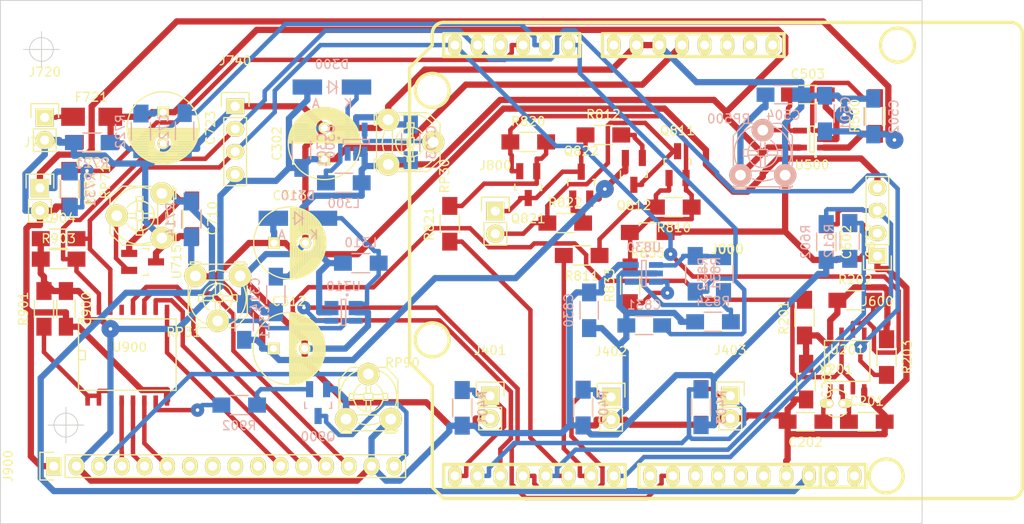
<source format=kicad_pcb>
(kicad_pcb (version 4) (host pcbnew 4.0.2-stable)
  (layers (0 F.Cu signal) (31 B.Cu signal) (34 B.Paste user) (35 F.Paste user) (36 B.SilkS user) (37 F.SilkS user) (38 B.Mask user) (39 F.Mask user) (44 Edge.Cuts user))
  (net 0 "")
  (net 1 "Net-(C201-Pad1)")
  (net 2 GND)
  (net 3 "Net-(C202-Pad1)")
  (net 4 V_rtc)
  (net 5 VCC)
  (net 6 V_bat)
  (net 7 +12V)
  (net 8 BP1)
  (net 9 BP2)
  (net 10 BP3)
  (net 11 V_sol)
  (net 12 "Net-(C503-Pad1)")
  (net 13 quadA)
  (net 14 V_ref)
  (net 15 M_bat)
  (net 16 M_imot)
  (net 17 "Net-(D300-Pad1)")
  (net 18 "Net-(D310-Pad1)")
  (net 19 "Net-(F721-Pad1)")
  (net 20 M_sol)
  (net 21 SDA)
  (net 22 SCL)
  (net 23 alarm)
  (net 24 quadB)
  (net 25 C_bkw)
  (net 26 C_frw)
  (net 27 buzz)
  (net 28 mot_A)
  (net 29 mot_B)
  (net 30 "Net-(J900-Pad3)")
  (net 31 "Net-(J900-Pad4)")
  (net 32 "Net-(J900-Pad5)")
  (net 33 "Net-(J900-Pad6)")
  (net 34 "Net-(J900-Pad11)")
  (net 35 "Net-(J900-Pad12)")
  (net 36 "Net-(J900-Pad13)")
  (net 37 "Net-(J900-Pad14)")
  (net 38 "Net-(J900-Pad16)")
  (net 39 "Net-(Q811-Pad1)")
  (net 40 "Net-(Q811-Pad2)")
  (net 41 "Net-(Q812-Pad1)")
  (net 42 "Net-(Q821-Pad1)")
  (net 43 "Net-(Q822-Pad1)")
  (net 44 "Net-(Q900-Pad1)")
  (net 45 "Net-(R500-Pad2)")
  (net 46 "Net-(R831-Pad2)")
  (net 47 "Net-(R832-Pad2)")
  (net 48 "Net-(R833-Pad1)")
  (net 49 "Net-(R901-Pad1)")
  (net 50 "Net-(R902-Pad1)")
  (net 51 "Net-(RP30-Pad2)")
  (net 52 "Net-(RP31-Pad2)")
  (net 53 "Net-(RP71-Pad2)")
  (module w_conn_misc:arduino_header (layer F.Cu) (at 180.64 120.09 180)
    (fp_text reference J000 (at 0 1.27 180) (layer F.SilkS) (effects (font (size 1.016 1.016) (thickness 0.2032))))
    (fp_text value Arduino_Header hide)
    (pad 1 thru_hole oval (at -5.08 24.13 180) (size 1.524 2.19964) (drill 1.00076) (layers *.Cu *.Mask F.SilkS))
    (pad 2 thru_hole oval (at -2.54 24.13 180) (size 1.524 2.19964) (drill 1.00076) (layers *.Cu *.Mask F.SilkS))
    (pad 3 thru_hole oval (at 0 24.13 180) (size 1.524 2.19964) (drill 1.00076) (layers *.Cu *.Mask F.SilkS))
    (pad 4 thru_hole oval (at 2.54 24.13 180) (size 1.524 2.19964) (drill 1.00076) (layers *.Cu *.Mask F.SilkS))
    (pad 5 thru_hole oval (at 5.08 24.13 180) (size 1.524 2.19964) (drill 1.00076) (layers *.Cu *.Mask F.SilkS) (net 5 VCC))
    (pad 6 thru_hole oval (at 7.62 24.13 180) (size 1.524 2.19964) (drill 1.00076) (layers *.Cu *.Mask F.SilkS) (net 2 GND))
    (pad 7 thru_hole oval (at 10.16 24.13 180) (size 1.524 2.19964) (drill 1.00076) (layers *.Cu *.Mask F.SilkS) (net 2 GND))
    (pad 8 thru_hole oval (at 12.7 24.13 180) (size 1.524 2.19964) (drill 1.00076) (layers *.Cu *.Mask F.SilkS))
    (pad 9 thru_hole oval (at 17.78 24.13 180) (size 1.524 2.19964) (drill 1.00076) (layers *.Cu *.Mask F.SilkS) (net 16 M_imot))
    (pad 10 thru_hole oval (at 20.32 24.13 180) (size 1.524 2.19964) (drill 1.00076) (layers *.Cu *.Mask F.SilkS) (net 15 M_bat))
    (pad 11 thru_hole oval (at 22.86 24.13 180) (size 1.524 2.19964) (drill 1.00076) (layers *.Cu *.Mask F.SilkS) (net 20 M_sol))
    (pad 12 thru_hole oval (at 25.4 24.13 180) (size 1.524 2.19964) (drill 1.00076) (layers *.Cu *.Mask F.SilkS))
    (pad 13 thru_hole oval (at 27.94 24.13 180) (size 1.524 2.19964) (drill 1.00076) (layers *.Cu *.Mask F.SilkS) (net 21 SDA))
    (pad 14 thru_hole oval (at 30.48 24.13 180) (size 1.524 2.19964) (drill 1.00076) (layers *.Cu *.Mask F.SilkS) (net 22 SCL))
    (pad "" np_thru_hole circle (at -19.05 24.13 180) (size 3.19786 3.19786) (drill 3.19786) (layers *.Cu *.Mask F.SilkS))
    (pad "" np_thru_hole circle (at 33.02 19.05 180) (size 3.19786 3.19786) (drill 3.19786) (layers *.Cu *.Mask F.SilkS))
    (pad 15 thru_hole oval (at 30.48 -24.13 180) (size 1.524 2.1971) (drill 0.99822) (layers *.Cu *.Mask F.SilkS) (net 8 BP1))
    (pad 16 thru_hole oval (at 27.94 -24.13 180) (size 1.524 2.1971) (drill 0.99822) (layers *.Cu *.Mask F.SilkS) (net 10 BP3))
    (pad 17 thru_hole oval (at 25.4 -24.13 180) (size 1.524 2.1971) (drill 0.99822) (layers *.Cu *.Mask F.SilkS) (net 23 alarm))
    (pad 18 thru_hole oval (at 22.86 -24.13 180) (size 1.524 2.1971) (drill 0.99822) (layers *.Cu *.Mask F.SilkS) (net 9 BP2))
    (pad 19 thru_hole oval (at 20.32 -24.13 180) (size 1.524 2.1971) (drill 0.99822) (layers *.Cu *.Mask F.SilkS) (net 24 quadB))
    (pad 20 thru_hole oval (at 17.78 -24.13 180) (size 1.524 2.1971) (drill 0.99822) (layers *.Cu *.Mask F.SilkS) (net 25 C_bkw))
    (pad 21 thru_hole oval (at 15.24 -24.13 180) (size 1.524 2.1971) (drill 0.99822) (layers *.Cu *.Mask F.SilkS) (net 26 C_frw))
    (pad 22 thru_hole oval (at 12.7 -24.13 180) (size 1.524 2.1971) (drill 0.99822) (layers *.Cu *.Mask F.SilkS) (net 13 quadA))
    (pad 23 thru_hole oval (at 8.636 -24.13 180) (size 1.524 2.1971) (drill 0.99822) (layers *.Cu *.Mask F.SilkS))
    (pad 24 thru_hole oval (at 6.096 -24.13 180) (size 1.524 2.1971) (drill 0.99822) (layers *.Cu *.Mask F.SilkS) (net 27 buzz))
    (pad 25 thru_hole oval (at 3.556 -24.13 180) (size 1.524 2.1971) (drill 0.99822) (layers *.Cu *.Mask F.SilkS))
    (pad 26 thru_hole oval (at 1.016 -24.13 180) (size 1.524 2.1971) (drill 0.99822) (layers *.Cu *.Mask F.SilkS))
    (pad 27 thru_hole oval (at -1.524 -24.13 180) (size 1.524 2.1971) (drill 0.99822) (layers *.Cu *.Mask F.SilkS))
    (pad 28 thru_hole oval (at -4.064 -24.13 180) (size 1.524 2.1971) (drill 0.99822) (layers *.Cu *.Mask F.SilkS))
    (pad 29 thru_hole oval (at -6.604 -24.13 180) (size 1.524 2.1971) (drill 0.99822) (layers *.Cu *.Mask F.SilkS) (net 2 GND))
    (pad 30 thru_hole oval (at -9.14146 -24.13 180) (size 1.524 2.1971) (drill 0.99822) (layers *.Cu *.Mask F.SilkS) (net 14 V_ref))
    (pad "" np_thru_hole circle (at -17.78 -24.13 180) (size 3.19786 3.19786) (drill 3.19786) (layers *.Cu *.Mask F.SilkS))
    (pad 31 thru_hole oval (at -11.684 -24.13 180) (size 1.524 2.1971) (drill 0.99822) (layers *.Cu *.Mask F.SilkS))
    (pad 32 thru_hole oval (at -14.224 -24.13 180) (size 1.524 2.1971) (drill 0.99822) (layers *.Cu *.Mask F.SilkS))
    (pad "" np_thru_hole circle (at 33.02 -8.89 180) (size 3.19786 3.19786) (drill 3.19786) (layers *.Cu *.Mask F.SilkS))
  )
  (module Capacitors_SMD:C_1206_HandSoldering (layer F.Cu) (at 196.25 138.15)
    (fp_text reference C201 (at 0 -2.3) (layer F.SilkS))
    (fp_text value 10p)
    (pad 1 smd rect (at -2 0) (size 2 1.6) (layers F.Cu F.Paste F.Mask) (net 1 "Net-(C201-Pad1)"))
    (pad 2 smd rect (at 2 0) (size 2 1.6) (layers F.Cu F.Paste F.Mask) (net 2 GND))
  )
  (module Capacitors_SMD:C_1206_HandSoldering (layer F.Cu) (at 189.39 138.15 180)
    (fp_text reference C202 (at 0 -2.3 180) (layer F.SilkS))
    (fp_text value 10p)
    (pad 1 smd rect (at -2 0 180) (size 2 1.6) (layers F.Cu F.Paste F.Mask) (net 3 "Net-(C202-Pad1)"))
    (pad 2 smd rect (at 2 0 180) (size 2 1.6) (layers F.Cu F.Paste F.Mask) (net 2 GND))
  )
  (module Capacitors_SMD:C_1206_HandSoldering (layer F.Cu) (at 189.46 133.66 270)
    (fp_text reference C203 (at 0 -2.3 270) (layer F.SilkS))
    (fp_text value 10n)
    (pad 1 smd rect (at -2 0 270) (size 2 1.6) (layers F.Cu F.Paste F.Mask) (net 4 V_rtc))
    (pad 2 smd rect (at 2 0 270) (size 2 1.6) (layers F.Cu F.Paste F.Mask) (net 2 GND))
  )
  (module Capacitors_SMD:C_1206_HandSoldering (layer B.Cu) (at 132.98 107.72 90)
    (fp_text reference C301 (at 0 2.3 90) (layer B.SilkS) (effects (justify mirror)))
    (fp_text value 10uF)
    (pad 1 smd rect (at -2 0 90) (size 2 1.6) (layers B.Cu B.Paste B.Mask) (net 5 VCC))
    (pad 2 smd rect (at 2 0 90) (size 2 1.6) (layers B.Cu B.Paste B.Mask) (net 2 GND))
  )
  (module Capacitors_ThroughHole:C_Radial_D8_L11.5_P3.5 (layer F.Cu) (at 135.54 108.74 90)
    (fp_text reference C302 (at 1.75 -5.3 90) (layer F.SilkS))
    (fp_text value 470uF)
    (pad 2 thru_hole circle (at 3.5 0 90) (size 1.3 1.3) (drill 0.8) (layers *.Cu *.Mask F.SilkS) (net 2 GND))
    (pad 1 thru_hole rect (at 0 0 90) (size 1.3 1.3) (drill 0.8) (layers *.Cu *.Mask F.SilkS) (net 5 VCC))
  )
  (module Capacitors_SMD:C_1206_HandSoldering (layer B.Cu) (at 145.21 106.85 90)
    (fp_text reference C303 (at 0 2.3 90) (layer B.SilkS) (effects (justify mirror)))
    (fp_text value 10uF)
    (pad 1 smd rect (at -2 0 90) (size 2 1.6) (layers B.Cu B.Paste B.Mask) (net 6 V_bat))
    (pad 2 smd rect (at 2 0 90) (size 2 1.6) (layers B.Cu B.Paste B.Mask) (net 2 GND))
  )
  (module Capacitors_SMD:C_1206_HandSoldering (layer B.Cu) (at 126.57 126.98 90)
    (fp_text reference C311 (at 0 2.3 90) (layer B.SilkS) (effects (justify mirror)))
    (fp_text value 10uF)
    (pad 1 smd rect (at -2 0 90) (size 2 1.6) (layers B.Cu B.Paste B.Mask) (net 7 +12V))
    (pad 2 smd rect (at 2 0 90) (size 2 1.6) (layers B.Cu B.Paste B.Mask) (net 2 GND))
  )
  (module Capacitors_ThroughHole:C_Radial_D8_L11.5_P3.5 (layer F.Cu) (at 129.84 129.96)
    (fp_text reference C312 (at 1.75 -5.3) (layer F.SilkS))
    (fp_text value 470uF)
    (pad 2 thru_hole circle (at 3.5 0) (size 1.3 1.3) (drill 0.8) (layers *.Cu *.Mask F.SilkS) (net 2 GND))
    (pad 1 thru_hole rect (at 0 0) (size 1.3 1.3) (drill 0.8) (layers *.Cu *.Mask F.SilkS) (net 7 +12V))
  )
  (module Capacitors_ThroughHole:C_Radial_D8_L11.5_P3.5 (layer F.Cu) (at 129.92 118.13)
    (fp_text reference C313 (at 1.75 -5.3) (layer F.SilkS))
    (fp_text value 470uF)
    (pad 2 thru_hole circle (at 3.5 0) (size 1.3 1.3) (drill 0.8) (layers *.Cu *.Mask F.SilkS) (net 2 GND))
    (pad 1 thru_hole rect (at 0 0) (size 1.3 1.3) (drill 0.8) (layers *.Cu *.Mask F.SilkS) (net 7 +12V))
  )
  (module Capacitors_SMD:C_1206_HandSoldering (layer B.Cu) (at 130.11 123.9 270)
    (fp_text reference C314 (at 0 2.3 270) (layer B.SilkS) (effects (justify mirror)))
    (fp_text value 10uF)
    (pad 1 smd rect (at -2 0 270) (size 2 1.6) (layers B.Cu B.Paste B.Mask) (net 6 V_bat))
    (pad 2 smd rect (at 2 0 270) (size 2 1.6) (layers B.Cu B.Paste B.Mask) (net 2 GND))
  )
  (module Capacitors_SMD:C_1206_HandSoldering (layer F.Cu) (at 150.97 136.6 270)
    (fp_text reference C401 (at 0 -2.3 270) (layer F.SilkS))
    (fp_text value 10n)
    (pad 1 smd rect (at -2 0 270) (size 2 1.6) (layers F.Cu F.Paste F.Mask) (net 8 BP1))
    (pad 2 smd rect (at 2 0 270) (size 2 1.6) (layers F.Cu F.Paste F.Mask) (net 2 GND))
  )
  (module Capacitors_SMD:C_1206_HandSoldering (layer F.Cu) (at 164.5 136.57 270)
    (fp_text reference C402 (at 0 -2.3 270) (layer F.SilkS))
    (fp_text value 10n)
    (pad 1 smd rect (at -2 0 270) (size 2 1.6) (layers F.Cu F.Paste F.Mask) (net 9 BP2))
    (pad 2 smd rect (at 2 0 270) (size 2 1.6) (layers F.Cu F.Paste F.Mask) (net 2 GND))
  )
  (module Capacitors_SMD:C_1206_HandSoldering (layer F.Cu) (at 177.7 136.49 270)
    (fp_text reference C403 (at 0 -2.3 270) (layer F.SilkS))
    (fp_text value 10n)
    (pad 1 smd rect (at -2 0 270) (size 2 1.6) (layers F.Cu F.Paste F.Mask) (net 10 BP3))
    (pad 2 smd rect (at 2 0 270) (size 2 1.6) (layers F.Cu F.Paste F.Mask) (net 2 GND))
  )
  (module Capacitors_SMD:C_1206_HandSoldering (layer B.Cu) (at 191.575 103.625 90)
    (fp_text reference C501 (at 0 2.3 90) (layer B.SilkS) (effects (justify mirror)))
    (fp_text value 10uF)
    (pad 1 smd rect (at -2 0 90) (size 2 1.6) (layers B.Cu B.Paste B.Mask) (net 11 V_sol))
    (pad 2 smd rect (at 2 0 90) (size 2 1.6) (layers B.Cu B.Paste B.Mask) (net 2 GND))
  )
  (module Capacitors_SMD:C_1206_HandSoldering (layer B.Cu) (at 196.98 103.97 90)
    (fp_text reference C502 (at 0 2.3 90) (layer B.SilkS) (effects (justify mirror)))
    (fp_text value 10n)
    (pad 1 smd rect (at -2 0 90) (size 2 1.6) (layers B.Cu B.Paste B.Mask) (net 11 V_sol))
    (pad 2 smd rect (at 2 0 90) (size 2 1.6) (layers B.Cu B.Paste B.Mask) (net 2 GND))
  )
  (module Capacitors_SMD:C_1206_HandSoldering (layer F.Cu) (at 189.655 101.505)
    (fp_text reference C503 (at 0 -2.3) (layer F.SilkS))
    (fp_text value 10n)
    (pad 1 smd rect (at -2 0) (size 2 1.6) (layers F.Cu F.Paste F.Mask) (net 12 "Net-(C503-Pad1)"))
    (pad 2 smd rect (at 2 0) (size 2 1.6) (layers F.Cu F.Paste F.Mask) (net 2 GND))
  )
  (module Capacitors_SMD:C_1206_HandSoldering (layer B.Cu) (at 186.915 101.515)
    (fp_text reference C504 (at 0 2.3) (layer B.SilkS) (effects (justify mirror)))
    (fp_text value 10uF)
    (pad 1 smd rect (at -2 0) (size 2 1.6) (layers B.Cu B.Paste B.Mask) (net 6 V_bat))
    (pad 2 smd rect (at 2 0) (size 2 1.6) (layers B.Cu B.Paste B.Mask) (net 2 GND))
  )
  (module Capacitors_SMD:C_1206_HandSoldering (layer F.Cu) (at 191.69 118.03 270)
    (fp_text reference C602 (at 0 -2.3 270) (layer F.SilkS))
    (fp_text value 100nF)
    (pad 1 smd rect (at -2 0 270) (size 2 1.6) (layers F.Cu F.Paste F.Mask) (net 13 quadA))
    (pad 2 smd rect (at 2 0 270) (size 2 1.6) (layers F.Cu F.Paste F.Mask) (net 2 GND))
  )
  (module Capacitors_SMD:C_1206_HandSoldering (layer F.Cu) (at 194.38 117.91 270)
    (fp_text reference C612 (at 0 -2.3 270) (layer F.SilkS))
    (fp_text value 100nF)
    (pad 1 smd rect (at -2 0 270) (size 2 1.6) (layers F.Cu F.Paste F.Mask) (net 24 quadB))
    (pad 2 smd rect (at 2 0 270) (size 2 1.6) (layers F.Cu F.Paste F.Mask) (net 2 GND))
  )
  (module Capacitors_SMD:C_1206_HandSoldering (layer F.Cu) (at 120.735 115.365 270)
    (fp_text reference C710 (at 0 -2.3 270) (layer F.SilkS))
    (fp_text value 10n)
    (pad 1 smd rect (at -2 0 270) (size 2 1.6) (layers F.Cu F.Paste F.Mask) (net 14 V_ref))
    (pad 2 smd rect (at 2 0 270) (size 2 1.6) (layers F.Cu F.Paste F.Mask) (net 2 GND))
  )
  (module Capacitors_SMD:C_1206_HandSoldering (layer B.Cu) (at 119.9 105.58 270)
    (fp_text reference C721 (at 0 2.3 270) (layer B.SilkS) (effects (justify mirror)))
    (fp_text value 10n)
    (pad 1 smd rect (at -2 0 270) (size 2 1.6) (layers B.Cu B.Paste B.Mask) (net 15 M_bat))
    (pad 2 smd rect (at 2 0 270) (size 2 1.6) (layers B.Cu B.Paste B.Mask) (net 2 GND))
  )
  (module Capacitors_SMD:C_1206_HandSoldering (layer F.Cu) (at 109.62 106.83 180)
    (fp_text reference C722 (at 0 -2.3 180) (layer F.SilkS))
    (fp_text value 10uF)
    (pad 1 smd rect (at -2 0 180) (size 2 1.6) (layers F.Cu F.Paste F.Mask) (net 6 V_bat))
    (pad 2 smd rect (at 2 0 180) (size 2 1.6) (layers F.Cu F.Paste F.Mask) (net 2 GND))
  )
  (module Capacitors_ThroughHole:C_Radial_D8_L11.5_P3.5 (layer F.Cu) (at 117.5 103.48 270)
    (fp_text reference C723 (at 1.75 -5.3 270) (layer F.SilkS))
    (fp_text value 470uF)
    (pad 2 thru_hole circle (at 3.5 0 270) (size 1.3 1.3) (drill 0.8) (layers *.Cu *.Mask F.SilkS) (net 2 GND))
    (pad 1 thru_hole rect (at 0 0 270) (size 1.3 1.3) (drill 0.8) (layers *.Cu *.Mask F.SilkS) (net 6 V_bat))
  )
  (module Capacitors_SMD:C_1206_HandSoldering (layer B.Cu) (at 165.18 125.67 270)
    (fp_text reference C830 (at 0 2.3 270) (layer B.SilkS) (effects (justify mirror)))
    (fp_text value 100n)
    (pad 1 smd rect (at -2 0 270) (size 2 1.6) (layers B.Cu B.Paste B.Mask) (net 5 VCC))
    (pad 2 smd rect (at 2 0 270) (size 2 1.6) (layers B.Cu B.Paste B.Mask) (net 2 GND))
  )
  (module Capacitors_SMD:C_1206_HandSoldering (layer B.Cu) (at 171.34 127.37 180)
    (fp_text reference C831 (at 0 2.3 180) (layer B.SilkS) (effects (justify mirror)))
    (fp_text value 100n)
    (pad 1 smd rect (at -2 0 180) (size 2 1.6) (layers B.Cu B.Paste B.Mask) (net 16 M_imot))
    (pad 2 smd rect (at 2 0 180) (size 2 1.6) (layers B.Cu B.Paste B.Mask) (net 2 GND))
  )
  (module Capacitors_SMD:C_1206_HandSoldering (layer F.Cu) (at 106.62 125.51 270)
    (fp_text reference C900 (at 0 -2.3 270) (layer F.SilkS))
    (fp_text value 100nF)
    (pad 1 smd rect (at -2 0 270) (size 2 1.6) (layers F.Cu F.Paste F.Mask) (net 5 VCC))
    (pad 2 smd rect (at 2 0 270) (size 2 1.6) (layers F.Cu F.Paste F.Mask) (net 2 GND))
  )
  (module Diodes_SMD:MiniMELF_Handsoldering (layer B.Cu) (at 136.388 100.662 180)
    (fp_text reference D300 (at 0 2.54 180) (layer B.SilkS) (effects (justify mirror)))
    (fp_text value SCHOTTKY)
    (fp_text user K (at -1.8 -1.85 180) (layer B.SilkS) (effects (justify mirror)))
    (fp_text user A (at 1.8 -1.85 180) (layer B.SilkS) (effects (justify mirror)))
    (pad 1 smd rect (at -2.75082 0 180) (size 3.29946 1.69926) (layers B.Cu B.Paste B.Mask) (net 17 "Net-(D300-Pad1)"))
    (pad 2 smd rect (at 2.75082 0 180) (size 3.29946 1.69926) (layers B.Cu B.Paste B.Mask) (net 5 VCC))
  )
  (module Diodes_SMD:MiniMELF_Handsoldering (layer B.Cu) (at 132.58 115.36 180)
    (fp_text reference D310 (at 0 2.54 180) (layer B.SilkS) (effects (justify mirror)))
    (fp_text value SCHOTTKY)
    (fp_text user K (at -1.8 -1.85 180) (layer B.SilkS) (effects (justify mirror)))
    (fp_text user A (at 1.8 -1.85 180) (layer B.SilkS) (effects (justify mirror)))
    (pad 1 smd rect (at -2.75082 0 180) (size 3.29946 1.69926) (layers B.Cu B.Paste B.Mask) (net 18 "Net-(D310-Pad1)"))
    (pad 2 smd rect (at 2.75082 0 180) (size 3.29946 1.69926) (layers B.Cu B.Paste B.Mask) (net 7 +12V))
  )
  (module Fuse_Holders_and_Fuses:Fuse_SMD1206_HandSoldering (layer F.Cu) (at 109.5 103.99)
    (fp_text reference F721 (at -0.0508 -2.19964) (layer F.SilkS))
    (fp_text value 5A)
    (pad 1 smd rect (at -2.08534 0 90) (size 2.02946 2.65176) (layers F.Cu F.Paste F.Mask) (net 19 "Net-(F721-Pad1)"))
    (pad 2 smd rect (at 2.08534 0 90) (size 2.02946 2.65176) (layers F.Cu F.Paste F.Mask) (net 6 V_bat))
  )
  (module Pin_Headers:Pin_Header_Straight_1x02 (layer F.Cu) (at 154.1 135.26)
    (fp_text reference J401 (at 0 -5.1) (layer F.SilkS))
    (fp_text value HEADER_2)
    (pad 1 thru_hole rect (at 0 0) (size 2.032 2.032) (drill 1.016) (layers *.Cu *.Mask F.SilkS) (net 8 BP1))
    (pad 2 thru_hole oval (at 0 2.54) (size 2.032 2.032) (drill 1.016) (layers *.Cu *.Mask F.SilkS) (net 2 GND))
  )
  (module Pin_Headers:Pin_Header_Straight_1x02 (layer F.Cu) (at 167.63 135.39)
    (fp_text reference J402 (at 0 -5.1) (layer F.SilkS))
    (fp_text value HEADER_2)
    (pad 1 thru_hole rect (at 0 0) (size 2.032 2.032) (drill 1.016) (layers *.Cu *.Mask F.SilkS) (net 9 BP2))
    (pad 2 thru_hole oval (at 0 2.54) (size 2.032 2.032) (drill 1.016) (layers *.Cu *.Mask F.SilkS) (net 2 GND))
  )
  (module Pin_Headers:Pin_Header_Straight_1x02 (layer F.Cu) (at 180.98 135.25)
    (fp_text reference J403 (at 0 -5.1) (layer F.SilkS))
    (fp_text value HEADER_2)
    (pad 1 thru_hole rect (at 0 0) (size 2.032 2.032) (drill 1.016) (layers *.Cu *.Mask F.SilkS) (net 10 BP3))
    (pad 2 thru_hole oval (at 0 2.54) (size 2.032 2.032) (drill 1.016) (layers *.Cu *.Mask F.SilkS) (net 2 GND))
  )
  (module Pin_Headers:Pin_Header_Straight_1x04 (layer F.Cu) (at 197.44 119.58 180)
    (fp_text reference J600 (at 0 -5.1 180) (layer F.SilkS))
    (fp_text value HEADER_4)
    (pad 1 thru_hole rect (at 0 0 180) (size 2.032 1.7272) (drill 1.016) (layers *.Cu *.Mask F.SilkS) (net 2 GND))
    (pad 2 thru_hole oval (at 0 2.54 180) (size 2.032 1.7272) (drill 1.016) (layers *.Cu *.Mask F.SilkS) (net 24 quadB))
    (pad 3 thru_hole oval (at 0 5.08 180) (size 2.032 1.7272) (drill 1.016) (layers *.Cu *.Mask F.SilkS) (net 13 quadA))
    (pad 4 thru_hole oval (at 0 7.62 180) (size 2.032 1.7272) (drill 1.016) (layers *.Cu *.Mask F.SilkS) (net 7 +12V))
  )
  (module Pin_Headers:Pin_Header_Straight_1x02 (layer F.Cu) (at 104.25 104.07)
    (fp_text reference J720 (at 0 -5.1) (layer F.SilkS))
    (fp_text value HEADER_2)
    (pad 1 thru_hole rect (at 0 0) (size 2.032 2.032) (drill 1.016) (layers *.Cu *.Mask F.SilkS) (net 19 "Net-(F721-Pad1)"))
    (pad 2 thru_hole oval (at 0 2.54) (size 2.032 2.032) (drill 1.016) (layers *.Cu *.Mask F.SilkS) (net 2 GND))
  )
  (module Pin_Headers:Pin_Header_Straight_1x02 (layer F.Cu) (at 103.71 111.97)
    (fp_text reference J730 (at 0 -5.1) (layer F.SilkS))
    (fp_text value HEADER_2)
    (pad 1 thru_hole rect (at 0 0) (size 2.032 2.032) (drill 1.016) (layers *.Cu *.Mask F.SilkS) (net 11 V_sol))
    (pad 2 thru_hole oval (at 0 2.54) (size 2.032 2.032) (drill 1.016) (layers *.Cu *.Mask F.SilkS) (net 2 GND))
  )
  (module Pin_Headers:Pin_Header_Straight_1x04 (layer F.Cu) (at 125.56 102.82)
    (fp_text reference J740 (at 0 -5.1) (layer F.SilkS))
    (fp_text value HEADER_4)
    (pad 1 thru_hole rect (at 0 0) (size 2.032 1.7272) (drill 1.016) (layers *.Cu *.Mask F.SilkS) (net 2 GND))
    (pad 2 thru_hole oval (at 0 2.54) (size 2.032 1.7272) (drill 1.016) (layers *.Cu *.Mask F.SilkS) (net 21 SDA))
    (pad 3 thru_hole oval (at 0 5.08) (size 2.032 1.7272) (drill 1.016) (layers *.Cu *.Mask F.SilkS) (net 22 SCL))
    (pad 4 thru_hole oval (at 0 7.62) (size 2.032 1.7272) (drill 1.016) (layers *.Cu *.Mask F.SilkS) (net 5 VCC))
  )
  (module Pin_Headers:Pin_Header_Straight_1x02 (layer F.Cu) (at 154.68 114.55)
    (fp_text reference J800 (at 0 -5.1) (layer F.SilkS))
    (fp_text value HEADER_2)
    (pad 1 thru_hole rect (at 0 0) (size 2.032 2.032) (drill 1.016) (layers *.Cu *.Mask F.SilkS) (net 28 mot_A))
    (pad 2 thru_hole oval (at 0 2.54) (size 2.032 2.032) (drill 1.016) (layers *.Cu *.Mask F.SilkS) (net 29 mot_B))
  )
  (module Pin_Headers:Pin_Header_Straight_1x16 (layer F.Cu) (at 105.26 143.13 90)
    (fp_text reference J900 (at 0 -5.1 90) (layer F.SilkS))
    (fp_text value HEADER_16)
    (pad 1 thru_hole rect (at 0 0 90) (size 2.032 1.7272) (drill 1.016) (layers *.Cu *.Mask F.SilkS) (net 2 GND))
    (pad 2 thru_hole oval (at 0 2.54 90) (size 2.032 1.7272) (drill 1.016) (layers *.Cu *.Mask F.SilkS) (net 5 VCC))
    (pad 3 thru_hole oval (at 0 5.08 90) (size 2.032 1.7272) (drill 1.016) (layers *.Cu *.Mask F.SilkS) (net 30 "Net-(J900-Pad3)"))
    (pad 4 thru_hole oval (at 0 7.62 90) (size 2.032 1.7272) (drill 1.016) (layers *.Cu *.Mask F.SilkS) (net 31 "Net-(J900-Pad4)"))
    (pad 5 thru_hole oval (at 0 10.16 90) (size 2.032 1.7272) (drill 1.016) (layers *.Cu *.Mask F.SilkS) (net 32 "Net-(J900-Pad5)"))
    (pad 6 thru_hole oval (at 0 12.7 90) (size 2.032 1.7272) (drill 1.016) (layers *.Cu *.Mask F.SilkS) (net 33 "Net-(J900-Pad6)"))
    (pad 7 thru_hole oval (at 0 15.24 90) (size 2.032 1.7272) (drill 1.016) (layers *.Cu *.Mask F.SilkS))
    (pad 8 thru_hole oval (at 0 17.78 90) (size 2.032 1.7272) (drill 1.016) (layers *.Cu *.Mask F.SilkS))
    (pad 9 thru_hole oval (at 0 20.32 90) (size 2.032 1.7272) (drill 1.016) (layers *.Cu *.Mask F.SilkS))
    (pad 10 thru_hole oval (at 0 22.86 90) (size 2.032 1.7272) (drill 1.016) (layers *.Cu *.Mask F.SilkS))
    (pad 11 thru_hole oval (at 0 25.4 90) (size 2.032 1.7272) (drill 1.016) (layers *.Cu *.Mask F.SilkS) (net 34 "Net-(J900-Pad11)"))
    (pad 12 thru_hole oval (at 0 27.94 90) (size 2.032 1.7272) (drill 1.016) (layers *.Cu *.Mask F.SilkS) (net 35 "Net-(J900-Pad12)"))
    (pad 13 thru_hole oval (at 0 30.48 90) (size 2.032 1.7272) (drill 1.016) (layers *.Cu *.Mask F.SilkS) (net 36 "Net-(J900-Pad13)"))
    (pad 14 thru_hole oval (at 0 33.02 90) (size 2.032 1.7272) (drill 1.016) (layers *.Cu *.Mask F.SilkS) (net 37 "Net-(J900-Pad14)"))
    (pad 15 thru_hole oval (at 0 35.56 90) (size 2.032 1.7272) (drill 1.016) (layers *.Cu *.Mask F.SilkS) (net 5 VCC))
    (pad 16 thru_hole oval (at 0 38.1 90) (size 2.032 1.7272) (drill 1.016) (layers *.Cu *.Mask F.SilkS) (net 38 "Net-(J900-Pad16)"))
  )
  (module Resistors_SMD:R_1206_HandSoldering (layer B.Cu) (at 137.72 111.39)
    (fp_text reference L300 (at 0 2.3) (layer B.SilkS) (effects (justify mirror)))
    (fp_text value INDUCTOR)
    (pad 1 smd rect (at -2 0) (size 2 1.7) (layers B.Cu B.Paste B.Mask) (net 17 "Net-(D300-Pad1)"))
    (pad 2 smd rect (at 2 0) (size 2 1.7) (layers B.Cu B.Paste B.Mask) (net 6 V_bat))
  )
  (module Resistors_SMD:R_1206_HandSoldering (layer B.Cu) (at 139.62 120.39 180)
    (fp_text reference L310 (at 0 2.3 180) (layer B.SilkS) (effects (justify mirror)))
    (fp_text value INDUCTOR)
    (pad 1 smd rect (at -2 0 180) (size 2 1.7) (layers B.Cu B.Paste B.Mask) (net 18 "Net-(D310-Pad1)"))
    (pad 2 smd rect (at 2 0 180) (size 2 1.7) (layers B.Cu B.Paste B.Mask) (net 6 V_bat))
  )
  (module TO_SOT_Packages_SMD:SOT-23_Handsoldering (layer F.Cu) (at 175.07 109.35)
    (fp_text reference Q811 (at 0 -3.81) (layer F.SilkS))
    (fp_text value PBSS4320)
    (pad 1 smd rect (at -0.95 1.50114) (size 0.8001 1.80086) (layers F.Cu F.Paste F.Mask) (net 39 "Net-(Q811-Pad1)"))
    (pad 2 smd rect (at 0.95 1.50114) (size 0.8001 1.80086) (layers F.Cu F.Paste F.Mask) (net 40 "Net-(Q811-Pad2)"))
    (pad 3 smd rect (at 0 -1.50114) (size 0.8001 1.80086) (layers F.Cu F.Paste F.Mask) (net 29 mot_B))
  )
  (module TO_SOT_Packages_SMD:SOT-23_Handsoldering (layer F.Cu) (at 170.18 110.11 180)
    (fp_text reference Q812 (at 0 -3.81 180) (layer F.SilkS))
    (fp_text value PBSS5350)
    (pad 1 smd rect (at -0.95 1.50114 180) (size 0.8001 1.80086) (layers F.Cu F.Paste F.Mask) (net 41 "Net-(Q812-Pad1)"))
    (pad 2 smd rect (at 0.95 1.50114 180) (size 0.8001 1.80086) (layers F.Cu F.Paste F.Mask) (net 7 +12V))
    (pad 3 smd rect (at 0 -1.50114 180) (size 0.8001 1.80086) (layers F.Cu F.Paste F.Mask) (net 29 mot_B))
  )
  (module TO_SOT_Packages_SMD:SOT-23_Handsoldering (layer F.Cu) (at 158.36 111.59 180)
    (fp_text reference Q821 (at 0 -3.81 180) (layer F.SilkS))
    (fp_text value PBSS4320)
    (pad 1 smd rect (at -0.95 1.50114 180) (size 0.8001 1.80086) (layers F.Cu F.Paste F.Mask) (net 42 "Net-(Q821-Pad1)"))
    (pad 2 smd rect (at 0.95 1.50114 180) (size 0.8001 1.80086) (layers F.Cu F.Paste F.Mask) (net 40 "Net-(Q811-Pad2)"))
    (pad 3 smd rect (at 0 -1.50114 180) (size 0.8001 1.80086) (layers F.Cu F.Paste F.Mask) (net 28 mot_A))
  )
  (module TO_SOT_Packages_SMD:SOT-23_Handsoldering (layer F.Cu) (at 164.29 111.65)
    (fp_text reference Q822 (at 0 -3.81) (layer F.SilkS))
    (fp_text value PBSS5350)
    (pad 1 smd rect (at -0.95 1.50114) (size 0.8001 1.80086) (layers F.Cu F.Paste F.Mask) (net 43 "Net-(Q822-Pad1)"))
    (pad 2 smd rect (at 0.95 1.50114) (size 0.8001 1.80086) (layers F.Cu F.Paste F.Mask) (net 7 +12V))
    (pad 3 smd rect (at 0 -1.50114) (size 0.8001 1.80086) (layers F.Cu F.Paste F.Mask) (net 28 mot_A))
  )
  (module TO_SOT_Packages_SMD:SOT-23_Handsoldering (layer B.Cu) (at 134.84 136.01)
    (fp_text reference Q900 (at 0 3.81) (layer B.SilkS) (effects (justify mirror)))
    (fp_text value PBSS4320)
    (pad 1 smd rect (at -0.95 -1.50114) (size 0.8001 1.80086) (layers B.Cu B.Paste B.Mask) (net 44 "Net-(Q900-Pad1)"))
    (pad 2 smd rect (at 0.95 -1.50114) (size 0.8001 1.80086) (layers B.Cu B.Paste B.Mask) (net 2 GND))
    (pad 3 smd rect (at 0 1.50114) (size 0.8001 1.80086) (layers B.Cu B.Paste B.Mask) (net 38 "Net-(J900-Pad16)"))
  )
  (module Resistors_SMD:R_1206_HandSoldering (layer F.Cu) (at 189.28 126.49 90)
    (fp_text reference R201 (at 0 -2.3 90) (layer F.SilkS))
    (fp_text value 10k)
    (pad 1 smd rect (at -2 0 90) (size 2 1.7) (layers F.Cu F.Paste F.Mask) (net 4 V_rtc))
    (pad 2 smd rect (at 2 0 90) (size 2 1.7) (layers F.Cu F.Paste F.Mask) (net 23 alarm))
  )
  (module Resistors_SMD:R_1206_HandSoldering (layer F.Cu) (at 194.96 124.55)
    (fp_text reference R202 (at 0 -2.3) (layer F.SilkS))
    (fp_text value 2.2k)
    (pad 1 smd rect (at -2 0) (size 2 1.7) (layers F.Cu F.Paste F.Mask) (net 4 V_rtc))
    (pad 2 smd rect (at 2 0) (size 2 1.7) (layers F.Cu F.Paste F.Mask) (net 22 SCL))
  )
  (module Resistors_SMD:R_1206_HandSoldering (layer F.Cu) (at 198.46 130.91 270)
    (fp_text reference R203 (at 0 -2.3 270) (layer F.SilkS))
    (fp_text value 2.2k)
    (pad 1 smd rect (at -2 0 270) (size 2 1.7) (layers F.Cu F.Paste F.Mask) (net 4 V_rtc))
    (pad 2 smd rect (at 2 0 270) (size 2 1.7) (layers F.Cu F.Paste F.Mask) (net 21 SDA))
  )
  (module Resistors_SMD:R_1206_HandSoldering (layer B.Cu) (at 150.97 136.6 90)
    (fp_text reference R401 (at 0 2.3 90) (layer B.SilkS) (effects (justify mirror)))
    (fp_text value 10k)
    (pad 1 smd rect (at -2 0 90) (size 2 1.7) (layers B.Cu B.Paste B.Mask) (net 5 VCC))
    (pad 2 smd rect (at 2 0 90) (size 2 1.7) (layers B.Cu B.Paste B.Mask) (net 8 BP1))
  )
  (module Resistors_SMD:R_1206_HandSoldering (layer B.Cu) (at 164.5 136.57 90)
    (fp_text reference R402 (at 0 2.3 90) (layer B.SilkS) (effects (justify mirror)))
    (fp_text value 10k)
    (pad 1 smd rect (at -2 0 90) (size 2 1.7) (layers B.Cu B.Paste B.Mask) (net 5 VCC))
    (pad 2 smd rect (at 2 0 90) (size 2 1.7) (layers B.Cu B.Paste B.Mask) (net 9 BP2))
  )
  (module Resistors_SMD:R_1206_HandSoldering (layer B.Cu) (at 177.7 136.54 90)
    (fp_text reference R403 (at 0 2.3 90) (layer B.SilkS) (effects (justify mirror)))
    (fp_text value 10k)
    (pad 1 smd rect (at -2 0 90) (size 2 1.7) (layers B.Cu B.Paste B.Mask) (net 5 VCC))
    (pad 2 smd rect (at 2 0 90) (size 2 1.7) (layers B.Cu B.Paste B.Mask) (net 10 BP3))
  )
  (module Resistors_SMD:R_1206_HandSoldering (layer F.Cu) (at 197.21 103.9 90)
    (fp_text reference R500 (at 0 -2.3 90) (layer F.SilkS))
    (fp_text value 10k)
    (pad 1 smd rect (at -2 0 90) (size 2 1.7) (layers F.Cu F.Paste F.Mask) (net 11 V_sol))
    (pad 2 smd rect (at 2 0 90) (size 2 1.7) (layers F.Cu F.Paste F.Mask) (net 45 "Net-(R500-Pad2)"))
  )
  (module Resistors_SMD:R_1206_HandSoldering (layer B.Cu) (at 191.71 118 270)
    (fp_text reference R602 (at 0 2.3 270) (layer B.SilkS) (effects (justify mirror)))
    (fp_text value 4k7)
    (pad 1 smd rect (at -2 0 270) (size 2 1.7) (layers B.Cu B.Paste B.Mask) (net 13 quadA))
    (pad 2 smd rect (at 2 0 270) (size 2 1.7) (layers B.Cu B.Paste B.Mask) (net 5 VCC))
  )
  (module Resistors_SMD:R_1206_HandSoldering (layer B.Cu) (at 194.34 117.89 270)
    (fp_text reference R612 (at 0 2.3 270) (layer B.SilkS) (effects (justify mirror)))
    (fp_text value 4k7)
    (pad 1 smd rect (at -2 0 270) (size 2 1.7) (layers B.Cu B.Paste B.Mask) (net 24 quadB))
    (pad 2 smd rect (at 2 0 270) (size 2 1.7) (layers B.Cu B.Paste B.Mask) (net 5 VCC))
  )
  (module Resistors_SMD:R_1206_HandSoldering (layer B.Cu) (at 120.645 115.485 270)
    (fp_text reference R714 (at 0 2.3 270) (layer B.SilkS) (effects (justify mirror)))
    (fp_text value 10k)
    (pad 1 smd rect (at -2 0 270) (size 2 1.7) (layers B.Cu B.Paste B.Mask) (net 14 V_ref))
    (pad 2 smd rect (at 2 0 270) (size 2 1.7) (layers B.Cu B.Paste B.Mask) (net 7 +12V))
  )
  (module Resistors_SMD:R_1206_HandSoldering (layer B.Cu) (at 109.51 106.89)
    (fp_text reference R721 (at 0 2.3) (layer B.SilkS) (effects (justify mirror)))
    (fp_text value 10k)
    (pad 1 smd rect (at -2 0) (size 2 1.7) (layers B.Cu B.Paste B.Mask) (net 2 GND))
    (pad 2 smd rect (at 2 0) (size 2 1.7) (layers B.Cu B.Paste B.Mask) (net 15 M_bat))
  )
  (module Resistors_SMD:R_1206_HandSoldering (layer B.Cu) (at 115.01 105.63 270)
    (fp_text reference R722 (at 0 2.3 270) (layer B.SilkS) (effects (justify mirror)))
    (fp_text value 10k)
    (pad 1 smd rect (at -2 0 270) (size 2 1.7) (layers B.Cu B.Paste B.Mask) (net 6 V_bat))
    (pad 2 smd rect (at 2 0 270) (size 2 1.7) (layers B.Cu B.Paste B.Mask) (net 15 M_bat))
  )
  (module Resistors_SMD:R_1206_HandSoldering (layer B.Cu) (at 107.1 112.13 90)
    (fp_text reference R731 (at 0 2.3 90) (layer B.SilkS) (effects (justify mirror)))
    (fp_text value 10k)
    (pad 1 smd rect (at -2 0 90) (size 2 1.7) (layers B.Cu B.Paste B.Mask) (net 20 M_sol))
    (pad 2 smd rect (at 2 0 90) (size 2 1.7) (layers B.Cu B.Paste B.Mask) (net 11 V_sol))
  )
  (module Resistors_SMD:R_1206_HandSoldering (layer F.Cu) (at 106.95 112.05 270)
    (fp_text reference R732 (at 0 -2.3 270) (layer F.SilkS))
    (fp_text value 10k)
    (pad 1 smd rect (at -2 0 270) (size 2 1.7) (layers F.Cu F.Paste F.Mask) (net 20 M_sol))
    (pad 2 smd rect (at 2 0 270) (size 2 1.7) (layers F.Cu F.Paste F.Mask) (net 2 GND))
  )
  (module Resistors_SMD:R_1206_HandSoldering (layer F.Cu) (at 174.65 114.11 180)
    (fp_text reference R810 (at 0 -2.3 180) (layer F.SilkS))
    (fp_text value 3k3)
    (pad 1 smd rect (at -2 0 180) (size 2 1.7) (layers F.Cu F.Paste F.Mask) (net 40 "Net-(Q811-Pad2)"))
    (pad 2 smd rect (at 2 0 180) (size 2 1.7) (layers F.Cu F.Paste F.Mask) (net 39 "Net-(Q811-Pad1)"))
  )
  (module Resistors_SMD:R_1206_HandSoldering (layer F.Cu) (at 164.34 119.53 180)
    (fp_text reference R811 (at 0 -2.3 180) (layer F.SilkS))
    (fp_text value 330)
    (pad 1 smd rect (at -2 0 180) (size 2 1.7) (layers F.Cu F.Paste F.Mask) (net 39 "Net-(Q811-Pad1)"))
    (pad 2 smd rect (at 2 0 180) (size 2 1.7) (layers F.Cu F.Paste F.Mask) (net 26 C_frw))
  )
  (module Resistors_SMD:R_1206_HandSoldering (layer F.Cu) (at 166.77 106.03)
    (fp_text reference R812 (at 0 -2.3) (layer F.SilkS))
    (fp_text value 330)
    (pad 1 smd rect (at -2 0) (size 2 1.7) (layers F.Cu F.Paste F.Mask) (net 28 mot_A))
    (pad 2 smd rect (at 2 0) (size 2 1.7) (layers F.Cu F.Paste F.Mask) (net 41 "Net-(Q812-Pad1)"))
  )
  (module Resistors_SMD:R_1206_HandSoldering (layer F.Cu) (at 158.36 106.81)
    (fp_text reference R820 (at 0 -2.3) (layer F.SilkS))
    (fp_text value 3k3)
    (pad 1 smd rect (at -2 0) (size 2 1.7) (layers F.Cu F.Paste F.Mask) (net 40 "Net-(Q811-Pad2)"))
    (pad 2 smd rect (at 2 0) (size 2 1.7) (layers F.Cu F.Paste F.Mask) (net 42 "Net-(Q821-Pad1)"))
  )
  (module Resistors_SMD:R_1206_HandSoldering (layer F.Cu) (at 149.58 115.98 90)
    (fp_text reference R821 (at 0 -2.3 90) (layer F.SilkS))
    (fp_text value 330)
    (pad 1 smd rect (at -2 0 90) (size 2 1.7) (layers F.Cu F.Paste F.Mask) (net 25 C_bkw))
    (pad 2 smd rect (at 2 0 90) (size 2 1.7) (layers F.Cu F.Paste F.Mask) (net 42 "Net-(Q821-Pad1)"))
  )
  (module Resistors_SMD:R_1206_HandSoldering (layer F.Cu) (at 162.5 115.9)
    (fp_text reference R822 (at 0 -2.3) (layer F.SilkS))
    (fp_text value 330)
    (pad 1 smd rect (at -2 0) (size 2 1.7) (layers F.Cu F.Paste F.Mask) (net 29 mot_B))
    (pad 2 smd rect (at 2 0) (size 2 1.7) (layers F.Cu F.Paste F.Mask) (net 43 "Net-(Q822-Pad1)"))
  )
  (module Resistors_SMD:R_1206_HandSoldering (layer B.Cu) (at 177.05 121.58 90)
    (fp_text reference R831 (at 0 2.3 90) (layer B.SilkS) (effects (justify mirror)))
    (fp_text value 1k)
    (pad 1 smd rect (at -2 0 90) (size 2 1.7) (layers B.Cu B.Paste B.Mask) (net 16 M_imot))
    (pad 2 smd rect (at 2 0 90) (size 2 1.7) (layers B.Cu B.Paste B.Mask) (net 46 "Net-(R831-Pad2)"))
  )
  (module Resistors_SMD:R_1206_HandSoldering (layer B.Cu) (at 180.21 121.62 270)
    (fp_text reference R832 (at 0 2.3 270) (layer B.SilkS) (effects (justify mirror)))
    (fp_text value 10k)
    (pad 1 smd rect (at -2 0 270) (size 2 1.7) (layers B.Cu B.Paste B.Mask) (net 46 "Net-(R831-Pad2)"))
    (pad 2 smd rect (at 2 0 270) (size 2 1.7) (layers B.Cu B.Paste B.Mask) (net 47 "Net-(R832-Pad2)"))
  )
  (module Resistors_SMD:R_1206_HandSoldering (layer F.Cu) (at 169.77 122.87 90)
    (fp_text reference R833 (at 0 -2.3 90) (layer F.SilkS))
    (fp_text value 1k)
    (pad 1 smd rect (at -2 0 90) (size 2 1.7) (layers F.Cu F.Paste F.Mask) (net 48 "Net-(R833-Pad1)"))
    (pad 2 smd rect (at 2 0 90) (size 2 1.7) (layers F.Cu F.Paste F.Mask) (net 40 "Net-(Q811-Pad2)"))
  )
  (module Resistors_SMD:R_1206_HandSoldering (layer B.Cu) (at 179.04 126.96 180)
    (fp_text reference R834 (at 0 2.3 180) (layer B.SilkS) (effects (justify mirror)))
    (fp_text value 1k)
    (pad 1 smd rect (at -2 0 180) (size 2 1.7) (layers B.Cu B.Paste B.Mask) (net 47 "Net-(R832-Pad2)"))
    (pad 2 smd rect (at 2 0 180) (size 2 1.7) (layers B.Cu B.Paste B.Mask) (net 2 GND))
  )
  (module Resistors_SMD:R_1206_HandSoldering (layer F.Cu) (at 171.73 116.95 180)
    (fp_text reference R835 (at 0 -2.3 180) (layer F.SilkS))
    (fp_text value 0R2)
    (pad 1 smd rect (at -2 0 180) (size 2 1.7) (layers F.Cu F.Paste F.Mask) (net 2 GND))
    (pad 2 smd rect (at 2 0 180) (size 2 1.7) (layers F.Cu F.Paste F.Mask) (net 40 "Net-(Q811-Pad2)"))
  )
  (module Resistors_SMD:R_1206_HandSoldering (layer F.Cu) (at 104.16 125.51 90)
    (fp_text reference R901 (at 0 -2.3 90) (layer F.SilkS))
    (fp_text value 10k)
    (pad 1 smd rect (at -2 0 90) (size 2 1.7) (layers F.Cu F.Paste F.Mask) (net 49 "Net-(R901-Pad1)"))
    (pad 2 smd rect (at 2 0 90) (size 2 1.7) (layers F.Cu F.Paste F.Mask) (net 5 VCC))
  )
  (module Resistors_SMD:R_1206_HandSoldering (layer B.Cu) (at 126.01 136.29)
    (fp_text reference R902 (at 0 2.3) (layer B.SilkS) (effects (justify mirror)))
    (fp_text value 4.7k)
    (pad 1 smd rect (at -2 0) (size 2 1.7) (layers B.Cu B.Paste B.Mask) (net 50 "Net-(R902-Pad1)"))
    (pad 2 smd rect (at 2 0) (size 2 1.7) (layers B.Cu B.Paste B.Mask) (net 44 "Net-(Q900-Pad1)"))
  )
  (module Resistors_SMD:R_1206_HandSoldering (layer F.Cu) (at 105.8 119.94)
    (fp_text reference R903 (at 0 -2.3) (layer F.SilkS))
    (fp_text value 2.2k)
    (pad 1 smd rect (at -2 0) (size 2 1.7) (layers F.Cu F.Paste F.Mask) (net 5 VCC))
    (pad 2 smd rect (at 2 0) (size 2 1.7) (layers F.Cu F.Paste F.Mask) (net 21 SDA))
  )
  (module Resistors_SMD:R_1206_HandSoldering (layer F.Cu) (at 105.8 117.65)
    (fp_text reference R904 (at 0 -2.3) (layer F.SilkS))
    (fp_text value 2.2k)
    (pad 1 smd rect (at -2 0) (size 2 1.7) (layers F.Cu F.Paste F.Mask) (net 5 VCC))
    (pad 2 smd rect (at 2 0) (size 2 1.7) (layers F.Cu F.Paste F.Mask) (net 22 SCL))
  )
  (module Potentiometers:Potentiometer_Triwood_RM-065 (layer F.Cu) (at 142.69 104.33 270)
    (fp_text reference RP30 (at 6.30936 -6.30936 270) (layer F.SilkS))
    (fp_text value 10k)
    (pad 2 thru_hole circle (at 2.49936 -5.03936 270) (size 2.49936 2.49936) (drill 1.19888) (layers *.Cu *.Mask F.SilkS) (net 51 "Net-(RP30-Pad2)"))
    (pad 3 thru_hole circle (at 4.99872 0 270) (size 2.49936 2.49936) (drill 1.19888) (layers *.Cu *.Mask F.SilkS) (net 6 V_bat))
    (pad 1 thru_hole circle (at 0 0 270) (size 2.49936 2.49936) (drill 1.19888) (layers *.Cu *.Mask F.SilkS) (net 2 GND))
  )
  (module Potentiometers:Potentiometer_Triwood_RM-065 (layer F.Cu) (at 126.11 121.82 180)
    (fp_text reference RP31 (at 6.30936 -6.30936 180) (layer F.SilkS))
    (fp_text value 10k)
    (pad 2 thru_hole circle (at 2.49936 -5.03936 180) (size 2.49936 2.49936) (drill 1.19888) (layers *.Cu *.Mask F.SilkS) (net 52 "Net-(RP31-Pad2)"))
    (pad 3 thru_hole circle (at 4.99872 0 180) (size 2.49936 2.49936) (drill 1.19888) (layers *.Cu *.Mask F.SilkS) (net 7 +12V))
    (pad 1 thru_hole circle (at 0 0 180) (size 2.49936 2.49936) (drill 1.19888) (layers *.Cu *.Mask F.SilkS) (net 2 GND))
  )
  (module Potentiometers:Potentiometer_Triwood_RM-065 (layer F.Cu) (at 117.355 117.575 90)
    (fp_text reference RP71 (at 6.30936 -6.30936 90) (layer F.SilkS))
    (fp_text value 10k)
    (pad 2 thru_hole circle (at 2.49936 -5.03936 90) (size 2.49936 2.49936) (drill 1.19888) (layers *.Cu *.Mask F.SilkS) (net 53 "Net-(RP71-Pad2)"))
    (pad 3 thru_hole circle (at 4.99872 0 90) (size 2.49936 2.49936) (drill 1.19888) (layers *.Cu *.Mask F.SilkS) (net 14 V_ref))
    (pad 1 thru_hole circle (at 0 0 90) (size 2.49936 2.49936) (drill 1.19888) (layers *.Cu *.Mask F.SilkS) (net 2 GND))
  )
  (module Potentiometers:Potentiometer_Triwood_RM-065 (layer F.Cu) (at 137.97 137.86)
    (fp_text reference RP90 (at 6.30936 -6.30936) (layer F.SilkS))
    (fp_text value 10k)
    (pad 2 thru_hole circle (at 2.49936 -5.03936) (size 2.49936 2.49936) (drill 1.19888) (layers *.Cu *.Mask F.SilkS) (net 30 "Net-(J900-Pad3)"))
    (pad 3 thru_hole circle (at 4.99872 0) (size 2.49936 2.49936) (drill 1.19888) (layers *.Cu *.Mask F.SilkS) (net 5 VCC))
    (pad 1 thru_hole circle (at 0 0) (size 2.49936 2.49936) (drill 1.19888) (layers *.Cu *.Mask F.SilkS) (net 2 GND))
  )
  (module Potentiometers:Potentiometer_Triwood_RM-065 (layer B.Cu) (at 187.11 110.53 180)
    (fp_text reference RP500 (at 6.30936 6.30936 180) (layer B.SilkS) (effects (justify mirror)))
    (fp_text value 10k)
    (pad 2 thru_hole circle (at 2.49936 5.03936 180) (size 2.49936 2.49936) (drill 1.19888) (layers *.Cu *.Mask B.SilkS) (net 12 "Net-(C503-Pad1)"))
    (pad 3 thru_hole circle (at 4.99872 0 180) (size 2.49936 2.49936) (drill 1.19888) (layers *.Cu *.Mask B.SilkS) (net 6 V_bat))
    (pad 1 thru_hole circle (at 0 0 180) (size 2.49936 2.49936) (drill 1.19888) (layers *.Cu *.Mask B.SilkS) (net 2 GND))
  )
  (module SMD_Packages:SOIC-8-N (layer F.Cu) (at 194.06 131.35)
    (fp_text reference U201 (at 0 -1.27) (layer F.SilkS))
    (fp_text value MCP7940)
    (pad 8 smd rect (at -1.905 -3.175) (size 0.508 1.143) (layers F.Cu F.Paste F.Mask) (net 4 V_rtc))
    (pad 7 smd rect (at -0.635 -3.175) (size 0.508 1.143) (layers F.Cu F.Paste F.Mask) (net 23 alarm))
    (pad 6 smd rect (at 0.635 -3.175) (size 0.508 1.143) (layers F.Cu F.Paste F.Mask) (net 22 SCL))
    (pad 5 smd rect (at 1.905 -3.175) (size 0.508 1.143) (layers F.Cu F.Paste F.Mask) (net 21 SDA))
    (pad 4 smd rect (at 1.905 3.175) (size 0.508 1.143) (layers F.Cu F.Paste F.Mask) (net 2 GND))
    (pad 3 smd rect (at 0.635 3.175) (size 0.508 1.143) (layers F.Cu F.Paste F.Mask) (net 23 alarm))
    (pad 2 smd rect (at -0.635 3.175) (size 0.508 1.143) (layers F.Cu F.Paste F.Mask) (net 1 "Net-(C201-Pad1)"))
    (pad 1 smd rect (at -1.905 3.175) (size 0.508 1.143) (layers F.Cu F.Paste F.Mask) (net 3 "Net-(C202-Pad1)"))
  )
  (module TO_SOT_Packages_SMD:SOT-23-6_Handsoldering (layer B.Cu) (at 139.1 106.78 270)
    (fp_text reference U300 (at 0 2.9 270) (layer B.SilkS) (effects (justify mirror)))
    (fp_text value MT3608)
    (pad 1 smd rect (at -1.35 0.95 270) (size 1.56 0.65) (layers B.Cu B.Paste B.Mask) (net 17 "Net-(D300-Pad1)"))
    (pad 2 smd rect (at -1.35 0 270) (size 1.56 0.65) (layers B.Cu B.Paste B.Mask) (net 2 GND))
    (pad 3 smd rect (at -1.35 -0.95 270) (size 1.56 0.65) (layers B.Cu B.Paste B.Mask) (net 51 "Net-(RP30-Pad2)"))
    (pad 4 smd rect (at 1.35 -0.95 270) (size 1.56 0.65) (layers B.Cu B.Paste B.Mask) (net 6 V_bat))
    (pad 6 smd rect (at 1.35 0.95 270) (size 1.56 0.65) (layers B.Cu B.Paste B.Mask))
    (pad 5 smd rect (at 1.35 0 270) (size 1.56 0.65) (layers B.Cu B.Paste B.Mask) (net 6 V_bat))
  )
  (module TO_SOT_Packages_SMD:SOT-23-6_Handsoldering (layer B.Cu) (at 137.69 125.9 180)
    (fp_text reference U310 (at 0 2.9 180) (layer B.SilkS) (effects (justify mirror)))
    (fp_text value MT3608)
    (pad 1 smd rect (at -1.35 0.95 180) (size 1.56 0.65) (layers B.Cu B.Paste B.Mask) (net 18 "Net-(D310-Pad1)"))
    (pad 2 smd rect (at -1.35 0 180) (size 1.56 0.65) (layers B.Cu B.Paste B.Mask) (net 2 GND))
    (pad 3 smd rect (at -1.35 -0.95 180) (size 1.56 0.65) (layers B.Cu B.Paste B.Mask) (net 52 "Net-(RP31-Pad2)"))
    (pad 4 smd rect (at 1.35 -0.95 180) (size 1.56 0.65) (layers B.Cu B.Paste B.Mask) (net 27 buzz))
    (pad 6 smd rect (at 1.35 0.95 180) (size 1.56 0.65) (layers B.Cu B.Paste B.Mask))
    (pad 5 smd rect (at 1.35 0 180) (size 1.56 0.65) (layers B.Cu B.Paste B.Mask) (net 6 V_bat))
  )
  (module gdi:SOT-23-5_Handsoldering (layer F.Cu) (at 190.12 106.49 180)
    (fp_text reference U500 (at 0 -2.9 180) (layer F.SilkS))
    (fp_text value MIC5205)
    (pad 1 smd rect (at -1.35 -0.95 180) (size 1.56 0.65) (layers F.Cu F.Paste F.Mask) (net 11 V_sol))
    (pad 2 smd rect (at -1.35 0 180) (size 1.56 0.65) (layers F.Cu F.Paste F.Mask) (net 2 GND))
    (pad 3 smd rect (at -1.35 0.95 180) (size 1.56 0.65) (layers F.Cu F.Paste F.Mask) (net 45 "Net-(R500-Pad2)"))
    (pad 4 smd rect (at 1.35 0.95 180) (size 1.56 0.65) (layers F.Cu F.Paste F.Mask) (net 12 "Net-(C503-Pad1)"))
    (pad 5 smd rect (at 1.35 -0.95 180) (size 1.56 0.65) (layers F.Cu F.Paste F.Mask) (net 6 V_bat))
  )
  (module gdi:SOT-23-5_Handsoldering (layer B.Cu) (at 171.3 121.54 180)
    (fp_text reference U830 (at 0 2.9 180) (layer B.SilkS) (effects (justify mirror)))
    (fp_text value MCP601-SOT)
    (pad 1 smd rect (at -1.35 0.95 180) (size 1.56 0.65) (layers B.Cu B.Paste B.Mask) (net 46 "Net-(R831-Pad2)"))
    (pad 2 smd rect (at -1.35 0 180) (size 1.56 0.65) (layers B.Cu B.Paste B.Mask) (net 2 GND))
    (pad 3 smd rect (at -1.35 -0.95 180) (size 1.56 0.65) (layers B.Cu B.Paste B.Mask) (net 48 "Net-(R833-Pad1)"))
    (pad 4 smd rect (at 1.35 -0.95 180) (size 1.56 0.65) (layers B.Cu B.Paste B.Mask) (net 47 "Net-(R832-Pad2)"))
    (pad 5 smd rect (at 1.35 0.95 180) (size 1.56 0.65) (layers B.Cu B.Paste B.Mask) (net 5 VCC))
  )
  (module SMD_Packages:SO-16-W (layer F.Cu) (at 113.49 130.7)
    (fp_text reference U900 (at 0.254 -0.889) (layer F.SilkS))
    (fp_text value PCF8574)
    (pad 1 smd rect (at -4.445 5.08) (size 0.508 1.143) (layers F.Cu F.Paste F.Mask) (net 49 "Net-(R901-Pad1)"))
    (pad 2 smd rect (at -3.175 5.08) (size 0.508 1.143) (layers F.Cu F.Paste F.Mask) (net 49 "Net-(R901-Pad1)"))
    (pad 3 smd rect (at -1.905 5.08) (size 0.508 1.143) (layers F.Cu F.Paste F.Mask) (net 49 "Net-(R901-Pad1)"))
    (pad 4 smd rect (at -0.635 5.08) (size 0.508 1.143) (layers F.Cu F.Paste F.Mask) (net 31 "Net-(J900-Pad4)"))
    (pad 5 smd rect (at 0.635 5.08) (size 0.508 1.143) (layers F.Cu F.Paste F.Mask) (net 32 "Net-(J900-Pad5)"))
    (pad 6 smd rect (at 1.905 5.08) (size 0.508 1.143) (layers F.Cu F.Paste F.Mask) (net 33 "Net-(J900-Pad6)"))
    (pad 7 smd rect (at 3.175 5.08) (size 0.508 1.143) (layers F.Cu F.Paste F.Mask) (net 50 "Net-(R902-Pad1)"))
    (pad 8 smd rect (at 4.445 5.08) (size 0.508 1.143) (layers F.Cu F.Paste F.Mask) (net 2 GND))
    (pad 9 smd rect (at 4.445 -5.08) (size 0.508 1.143) (layers F.Cu F.Paste F.Mask) (net 34 "Net-(J900-Pad11)"))
    (pad 10 smd rect (at 3.175 -5.08) (size 0.508 1.143) (layers F.Cu F.Paste F.Mask) (net 35 "Net-(J900-Pad12)"))
    (pad 11 smd rect (at 1.905 -5.08) (size 0.508 1.143) (layers F.Cu F.Paste F.Mask) (net 36 "Net-(J900-Pad13)"))
    (pad 12 smd rect (at 0.635 -5.08) (size 0.508 1.143) (layers F.Cu F.Paste F.Mask) (net 37 "Net-(J900-Pad14)"))
    (pad 13 smd rect (at -0.635 -5.08) (size 0.508 1.143) (layers F.Cu F.Paste F.Mask))
    (pad 14 smd rect (at -1.905 -5.08) (size 0.508 1.143) (layers F.Cu F.Paste F.Mask) (net 22 SCL))
    (pad 15 smd rect (at -3.175 -5.08) (size 0.508 1.143) (layers F.Cu F.Paste F.Mask) (net 21 SDA))
    (pad 16 smd rect (at -4.445 -5.08) (size 0.508 1.143) (layers F.Cu F.Paste F.Mask) (net 5 VCC))
  )
  (module Crystals:Crystal_Round_Vertical_3mm_BigPad (layer F.Cu) (at 192.81 136.1)
    (fp_text reference X201 (at 0 -3.81) (layer F.SilkS))
    (fp_text value 32.768K)
    (pad 1 thru_hole oval (at -0.7493 0) (size 1.50114 1.00076) (drill 0.59944 (offset -0.29972 0)) (layers *.Cu *.Mask F.SilkS) (net 3 "Net-(C202-Pad1)"))
    (pad 2 thru_hole oval (at 0.7493 0) (size 1.50114 1.00076) (drill 0.59944 (offset 0.29972 0)) (layers *.Cu *.Mask F.SilkS) (net 1 "Net-(C201-Pad1)"))
  )
  (module TO_SOT_Packages_SMD:SOT-23_Handsoldering (layer F.Cu) (at 115.2 120.25 270)
    (fp_text reference U715 (at 0 -3.81 270) (layer F.SilkS))
    (fp_text value TLV431-DBZ)
    (pad 1 smd rect (at -0.95 1.50114 270) (size 0.8001 1.80086) (layers F.Cu F.Paste F.Mask) (net 14 V_ref))
    (pad 2 smd rect (at 0.95 1.50114 270) (size 0.8001 1.80086) (layers F.Cu F.Paste F.Mask) (net 53 "Net-(RP71-Pad2)"))
    (pad 3 smd rect (at 0 -1.50114 270) (size 0.8001 1.80086) (layers F.Cu F.Paste F.Mask) (net 2 GND))
  )
  (target plus (at 106.62 138.53) (size 4) (width 0.1) (layer Edge.Cuts))
  (target plus (at 103.88 96.45) (size 4) (width 0.1) (layer Edge.Cuts))
  (gr_line (start 202.44 147.57) (end 202.44 149.57) (angle 90) (layer Edge.Cuts) (width 0.1))
  (gr_line (start 99.29 147.57) (end 99.29 149.57) (angle 90) (layer Edge.Cuts) (width 0.1))
  (gr_line (start 202.44 90.96) (end 202.44 147.57) (angle 90) (layer Edge.Cuts) (width 0.1))
  (gr_line (start 99.29 90.96) (end 202.44 90.96) (angle 90) (layer Edge.Cuts) (width 0.1))
  (gr_line (start 99.29 147.57) (end 99.29 90.96) (angle 90) (layer Edge.Cuts) (width 0.1))
  (gr_line (start 202.44 149.57) (end 99.29 149.57) (angle 90) (layer Edge.Cuts) (width 0.1))
  (segment (start 193.425 134.965) (end 193.425 134.525) (width 0.5) (layer F.Cu) (net 1))
  (segment (start 193.5593 135.0993) (end 193.425 134.965) (width 0.5) (layer F.Cu) (net 1))
  (segment (start 193.5593 136.1) (end 193.5593 135.7682) (width 0.5) (layer F.Cu) (net 1))
  (segment (start 193.5593 135.7682) (end 193.5593 135.0993) (width 0.5) (layer F.Cu) (net 1))
  (segment (start 194.25 136.4589) (end 194.25 138.15) (width 0.5) (layer F.Cu) (net 1))
  (segment (start 193.5593 135.7682) (end 194.25 136.4589) (width 0.5) (layer F.Cu) (net 1))
  (via (at 193.7249 103.76) (size 2) (layers F.Cu B.Cu) (net 2))
  (segment (start 191.655 101.505) (end 191.655 102.9053) (width 0.7) (layer F.Cu) (net 2))
  (segment (start 145.21 104.85) (end 143.8097 104.85) (width 0.7) (layer B.Cu) (net 2))
  (segment (start 120.735 117.365) (end 119.3347 117.365) (width 0.7) (layer F.Cu) (net 2))
  (segment (start 105.4997 114.3366) (end 105.3263 114.51) (width 0.7) (layer F.Cu) (net 2))
  (segment (start 105.4997 114.05) (end 105.4997 114.3366) (width 0.7) (layer F.Cu) (net 2))
  (segment (start 106.95 114.05) (end 105.4997 114.05) (width 0.7) (layer F.Cu) (net 2))
  (segment (start 105.8663 106.6766) (end 106.0197 106.83) (width 0.7) (layer F.Cu) (net 2))
  (segment (start 105.8663 106.61) (end 105.8663 106.6766) (width 0.7) (layer F.Cu) (net 2))
  (segment (start 107.62 106.83) (end 106.0197 106.83) (width 0.7) (layer F.Cu) (net 2))
  (segment (start 104.25 106.61) (end 105.8663 106.61) (width 0.7) (layer F.Cu) (net 2))
  (segment (start 152.4837 138.4866) (end 152.3703 138.6) (width 0.7) (layer F.Cu) (net 2))
  (segment (start 152.4837 137.8) (end 152.4837 138.4866) (width 0.7) (layer F.Cu) (net 2))
  (segment (start 154.1 137.8) (end 152.4837 137.8) (width 0.7) (layer F.Cu) (net 2))
  (segment (start 107.51 106.89) (end 107.51 108.3403) (width 0.7) (layer B.Cu) (net 2))
  (segment (start 115.4923 115.7123) (end 117.355 117.575) (width 0.7) (layer B.Cu) (net 2))
  (segment (start 115.4923 109.2336) (end 115.4923 115.7123) (width 0.7) (layer B.Cu) (net 2))
  (segment (start 111.8449 109.2336) (end 115.4923 109.2336) (width 0.7) (layer B.Cu) (net 2))
  (segment (start 110.9516 108.3403) (end 111.8449 109.2336) (width 0.7) (layer B.Cu) (net 2))
  (segment (start 107.51 108.3403) (end 110.9516 108.3403) (width 0.7) (layer B.Cu) (net 2))
  (segment (start 191.575 101.625) (end 192.9753 101.625) (width 0.7) (layer B.Cu) (net 2))
  (segment (start 150.97 138.6) (end 152.3703 138.6) (width 0.7) (layer F.Cu) (net 2))
  (segment (start 128.7097 125.7194) (end 127.9703 124.98) (width 0.7) (layer B.Cu) (net 2))
  (segment (start 128.7097 125.9) (end 128.7097 125.7194) (width 0.7) (layer B.Cu) (net 2))
  (segment (start 126.57 124.98) (end 127.9703 124.98) (width 0.7) (layer B.Cu) (net 2))
  (segment (start 130.11 125.9) (end 128.7097 125.9) (width 0.7) (layer B.Cu) (net 2))
  (segment (start 198.25 138.15) (end 198.25 139.5503) (width 0.7) (layer F.Cu) (net 2))
  (segment (start 134.8603 105.24) (end 134.3803 105.72) (width 0.7) (layer B.Cu) (net 2))
  (segment (start 135.54 105.24) (end 134.8603 105.24) (width 0.7) (layer B.Cu) (net 2))
  (segment (start 132.98 105.72) (end 134.3803 105.72) (width 0.7) (layer B.Cu) (net 2))
  (segment (start 104.5182 114.51) (end 105.3263 114.51) (width 0.7) (layer F.Cu) (net 2))
  (segment (start 119.1247 117.575) (end 119.3347 117.365) (width 0.7) (layer F.Cu) (net 2))
  (segment (start 117.355 117.575) (end 119.1247 117.575) (width 0.7) (layer F.Cu) (net 2))
  (segment (start 117.355 118.5958) (end 116.7011 119.2497) (width 0.7) (layer F.Cu) (net 2))
  (segment (start 117.355 117.575) (end 117.355 118.5958) (width 0.7) (layer F.Cu) (net 2))
  (segment (start 116.7011 120.25) (end 116.7011 119.2497) (width 0.7) (layer F.Cu) (net 2))
  (segment (start 143.2897 104.33) (end 142.69 104.33) (width 0.7) (layer B.Cu) (net 2))
  (segment (start 143.8097 104.85) (end 143.2897 104.33) (width 0.7) (layer B.Cu) (net 2))
  (segment (start 142.4097 104.0497) (end 139.1 104.0497) (width 0.7) (layer B.Cu) (net 2))
  (segment (start 142.69 104.33) (end 142.4097 104.0497) (width 0.7) (layer B.Cu) (net 2))
  (segment (start 139.1 105.43) (end 139.1 104.0497) (width 0.7) (layer B.Cu) (net 2))
  (segment (start 166.0137 138.4566) (end 165.9003 138.57) (width 0.7) (layer F.Cu) (net 2))
  (segment (start 166.0137 137.93) (end 166.0137 138.4566) (width 0.7) (layer F.Cu) (net 2))
  (segment (start 164.5 138.57) (end 165.9003 138.57) (width 0.7) (layer F.Cu) (net 2))
  (segment (start 167.63 137.93) (end 166.0137 137.93) (width 0.7) (layer F.Cu) (net 2))
  (segment (start 167.63 137.93) (end 169.2463 137.93) (width 0.7) (layer F.Cu) (net 2))
  (segment (start 169.8063 138.49) (end 177.7 138.49) (width 0.7) (layer F.Cu) (net 2))
  (segment (start 169.2463 137.93) (end 169.8063 138.49) (width 0.7) (layer F.Cu) (net 2))
  (segment (start 150.97 138.6) (end 149.5697 138.6) (width 0.7) (layer F.Cu) (net 2))
  (segment (start 146.9488 135.9791) (end 149.5697 138.6) (width 0.7) (layer F.Cu) (net 2))
  (segment (start 137.97 135.9791) (end 146.9488 135.9791) (width 0.7) (layer F.Cu) (net 2))
  (segment (start 137.97 137.86) (end 137.97 135.9791) (width 0.7) (layer F.Cu) (net 2))
  (segment (start 133.34 131.3491) (end 133.34 129.96) (width 0.7) (layer F.Cu) (net 2))
  (segment (start 137.97 135.9791) (end 133.34 131.3491) (width 0.7) (layer F.Cu) (net 2))
  (segment (start 198.25 139.5503) (end 187.39 139.5503) (width 0.7) (layer F.Cu) (net 2))
  (segment (start 187.39 142.3751) (end 187.244 142.5211) (width 0.7) (layer F.Cu) (net 2))
  (segment (start 187.39 139.5503) (end 187.39 142.3751) (width 0.7) (layer F.Cu) (net 2))
  (segment (start 187.244 144.22) (end 187.244 142.5211) (width 0.7) (layer F.Cu) (net 2))
  (segment (start 187.39 138.8501) (end 187.39 139.5503) (width 0.7) (layer F.Cu) (net 2))
  (segment (start 187.39 138.8501) (end 187.39 138.15) (width 0.7) (layer F.Cu) (net 2))
  (segment (start 188.0597 136.08) (end 188.0597 135.66) (width 0.7) (layer F.Cu) (net 2))
  (segment (start 187.39 136.7497) (end 188.0597 136.08) (width 0.7) (layer F.Cu) (net 2))
  (segment (start 189.46 135.66) (end 188.0597 135.66) (width 0.7) (layer F.Cu) (net 2))
  (segment (start 187.11 104.7203) (end 188.915 102.9153) (width 0.7) (layer B.Cu) (net 2))
  (segment (start 187.11 110.53) (end 187.11 104.7203) (width 0.7) (layer B.Cu) (net 2))
  (segment (start 177.1747 100.1147) (end 188.915 100.1147) (width 0.7) (layer B.Cu) (net 2))
  (segment (start 173.02 95.96) (end 177.1747 100.1147) (width 0.7) (layer B.Cu) (net 2))
  (segment (start 188.915 101.515) (end 188.915 100.1147) (width 0.7) (layer B.Cu) (net 2))
  (segment (start 188.915 101.515) (end 188.915 102.2151) (width 0.7) (layer B.Cu) (net 2))
  (segment (start 188.915 102.2151) (end 188.915 102.9153) (width 0.7) (layer B.Cu) (net 2))
  (segment (start 189.5846 102.2151) (end 190.1747 101.625) (width 0.7) (layer B.Cu) (net 2))
  (segment (start 188.915 102.2151) (end 189.5846 102.2151) (width 0.7) (layer B.Cu) (net 2))
  (segment (start 191.575 101.625) (end 190.1747 101.625) (width 0.7) (layer B.Cu) (net 2))
  (segment (start 192.8597 120.03) (end 192.9797 119.91) (width 0.7) (layer F.Cu) (net 2))
  (segment (start 191.69 120.03) (end 192.8597 120.03) (width 0.7) (layer F.Cu) (net 2))
  (segment (start 191.47 106.49) (end 192.8503 106.49) (width 0.7) (layer F.Cu) (net 2))
  (segment (start 193.0206 103.76) (end 192.8503 103.9303) (width 0.7) (layer F.Cu) (net 2))
  (segment (start 193.7249 103.76) (end 193.0206 103.76) (width 0.7) (layer F.Cu) (net 2))
  (segment (start 192.8503 106.49) (end 192.8503 103.9303) (width 0.7) (layer F.Cu) (net 2))
  (segment (start 192.68 103.9303) (end 191.655 102.9053) (width 0.7) (layer F.Cu) (net 2))
  (segment (start 192.8503 103.9303) (end 192.68 103.9303) (width 0.7) (layer F.Cu) (net 2))
  (segment (start 193.7249 101.97) (end 193.7249 103.76) (width 0.7) (layer B.Cu) (net 2))
  (segment (start 196.98 101.97) (end 193.7249 101.97) (width 0.7) (layer B.Cu) (net 2))
  (segment (start 193.3203 101.97) (end 192.9753 101.625) (width 0.7) (layer B.Cu) (net 2))
  (segment (start 193.7249 101.97) (end 193.3203 101.97) (width 0.7) (layer B.Cu) (net 2))
  (segment (start 105.8663 106.8466) (end 105.9097 106.89) (width 0.7) (layer B.Cu) (net 2))
  (segment (start 105.8663 106.61) (end 105.8663 106.8466) (width 0.7) (layer B.Cu) (net 2))
  (segment (start 107.51 106.89) (end 105.9097 106.89) (width 0.7) (layer B.Cu) (net 2))
  (segment (start 133.12 102.82) (end 135.54 105.24) (width 0.7) (layer F.Cu) (net 2))
  (segment (start 125.56 102.82) (end 133.12 102.82) (width 0.7) (layer F.Cu) (net 2))
  (segment (start 133.42 107.36) (end 133.42 118.13) (width 0.7) (layer F.Cu) (net 2))
  (segment (start 135.54 105.24) (end 133.42 107.36) (width 0.7) (layer F.Cu) (net 2))
  (segment (start 126.57 124.98) (end 126.57 123.3797) (width 0.7) (layer B.Cu) (net 2))
  (segment (start 126.57 121.82) (end 126.57 123.3797) (width 0.7) (layer B.Cu) (net 2))
  (segment (start 126.11 121.82) (end 126.57 121.82) (width 0.7) (layer B.Cu) (net 2))
  (segment (start 132.1696 119.3804) (end 133.42 118.13) (width 0.7) (layer B.Cu) (net 2))
  (segment (start 129.0096 119.3804) (end 132.1696 119.3804) (width 0.7) (layer B.Cu) (net 2))
  (segment (start 126.57 121.82) (end 129.0096 119.3804) (width 0.7) (layer B.Cu) (net 2))
  (segment (start 133.34 129.05) (end 133.34 129.96) (width 0.7) (layer F.Cu) (net 2))
  (segment (start 126.11 121.82) (end 133.34 129.05) (width 0.7) (layer F.Cu) (net 2))
  (segment (start 165.18 127.67) (end 166.5803 127.67) (width 0.7) (layer B.Cu) (net 2))
  (segment (start 169.34 127.37) (end 169.34 128.7703) (width 0.7) (layer B.Cu) (net 2))
  (segment (start 168.5696 125.1993) (end 169.34 125.9697) (width 0.7) (layer B.Cu) (net 2))
  (segment (start 168.5696 121.8903) (end 168.5696 125.1993) (width 0.7) (layer B.Cu) (net 2))
  (segment (start 168.9195 121.5404) (end 168.5696 121.8903) (width 0.7) (layer B.Cu) (net 2))
  (segment (start 171.2693 121.5404) (end 168.9195 121.5404) (width 0.7) (layer B.Cu) (net 2))
  (segment (start 171.2697 121.54) (end 171.2693 121.5404) (width 0.7) (layer B.Cu) (net 2))
  (segment (start 172.65 121.54) (end 171.2697 121.54) (width 0.7) (layer B.Cu) (net 2))
  (segment (start 169.34 128.7703) (end 168.5103 129.6) (width 0.7) (layer B.Cu) (net 2))
  (segment (start 169.2672 130.3569) (end 168.5103 129.6) (width 0.7) (layer B.Cu) (net 2))
  (segment (start 169.2672 136.6534) (end 169.2672 130.3569) (width 0.7) (layer B.Cu) (net 2))
  (segment (start 167.9906 137.93) (end 169.2672 136.6534) (width 0.7) (layer B.Cu) (net 2))
  (segment (start 167.63 137.93) (end 167.9906 137.93) (width 0.7) (layer B.Cu) (net 2))
  (segment (start 168.5103 129.6) (end 166.5803 127.67) (width 0.7) (layer B.Cu) (net 2))
  (segment (start 169.34 127.37) (end 169.34 125.9697) (width 0.7) (layer B.Cu) (net 2))
  (segment (start 174.6971 125.9697) (end 169.34 125.9697) (width 0.7) (layer B.Cu) (net 2))
  (segment (start 175.4397 126.7123) (end 174.6971 125.9697) (width 0.7) (layer B.Cu) (net 2))
  (segment (start 175.4397 126.96) (end 175.4397 126.7123) (width 0.7) (layer B.Cu) (net 2))
  (segment (start 177.04 126.96) (end 175.4397 126.96) (width 0.7) (layer B.Cu) (net 2))
  (segment (start 141.78 105.24) (end 142.69 104.33) (width 0.7) (layer F.Cu) (net 2))
  (segment (start 135.54 105.24) (end 141.78 105.24) (width 0.7) (layer F.Cu) (net 2))
  (segment (start 179.3637 138.2266) (end 179.1003 138.49) (width 0.7) (layer F.Cu) (net 2))
  (segment (start 179.3637 137.79) (end 179.3637 138.2266) (width 0.7) (layer F.Cu) (net 2))
  (segment (start 177.7 138.49) (end 179.1003 138.49) (width 0.7) (layer F.Cu) (net 2))
  (segment (start 180.98 137.79) (end 179.3637 137.79) (width 0.7) (layer F.Cu) (net 2))
  (segment (start 187.39 138.15) (end 187.39 137.4498) (width 0.7) (layer F.Cu) (net 2))
  (segment (start 187.39 137.4498) (end 187.39 136.7497) (width 0.7) (layer F.Cu) (net 2))
  (segment (start 182.9365 137.4498) (end 182.5963 137.79) (width 0.7) (layer F.Cu) (net 2))
  (segment (start 187.39 137.4498) (end 182.9365 137.4498) (width 0.7) (layer F.Cu) (net 2))
  (segment (start 180.98 137.79) (end 182.5963 137.79) (width 0.7) (layer F.Cu) (net 2))
  (segment (start 191.69 120.03) (end 190.2897 120.03) (width 0.7) (layer F.Cu) (net 2))
  (segment (start 173.73 116.95) (end 175.3303 116.95) (width 0.7) (layer F.Cu) (net 2))
  (segment (start 175.43 116.8503) (end 175.3303 116.95) (width 0.7) (layer F.Cu) (net 2))
  (segment (start 187.11 116.8503) (end 175.43 116.8503) (width 0.7) (layer F.Cu) (net 2))
  (segment (start 187.11 110.53) (end 187.11 116.8503) (width 0.7) (layer F.Cu) (net 2))
  (segment (start 187.11 116.8503) (end 190.2897 120.03) (width 0.7) (layer F.Cu) (net 2))
  (segment (start 198.25 138.15) (end 198.25 137.4498) (width 0.7) (layer F.Cu) (net 2))
  (segment (start 195.965 134.525) (end 195.965 135.6968) (width 0.7) (layer F.Cu) (net 2))
  (segment (start 200.6882 133.4157) (end 197.4521 136.6518) (width 0.7) (layer F.Cu) (net 2))
  (segment (start 200.6882 123.1571) (end 200.6882 133.4157) (width 0.7) (layer F.Cu) (net 2))
  (segment (start 198.575 121.0439) (end 200.6882 123.1571) (width 0.7) (layer F.Cu) (net 2))
  (segment (start 197.44 121.0439) (end 198.575 121.0439) (width 0.7) (layer F.Cu) (net 2))
  (segment (start 198.25 137.4498) (end 197.4521 136.6518) (width 0.7) (layer F.Cu) (net 2))
  (segment (start 196.497 135.6968) (end 195.965 135.6968) (width 0.7) (layer F.Cu) (net 2))
  (segment (start 197.4521 136.6518) (end 196.497 135.6968) (width 0.7) (layer F.Cu) (net 2))
  (segment (start 197.44 119.58) (end 197.44 121.0439) (width 0.7) (layer F.Cu) (net 2))
  (segment (start 104.5506 106.61) (end 105.8663 106.61) (width 0.7) (layer B.Cu) (net 2))
  (segment (start 104.5506 106.61) (end 104.25 106.61) (width 0.7) (layer B.Cu) (net 2))
  (segment (start 102.0937 110.3826) (end 102.0937 114.51) (width 0.7) (layer B.Cu) (net 2))
  (segment (start 104.25 108.2263) (end 102.0937 110.3826) (width 0.7) (layer B.Cu) (net 2))
  (segment (start 104.25 106.61) (end 104.25 108.2263) (width 0.7) (layer B.Cu) (net 2))
  (segment (start 103.71 114.51) (end 102.0937 114.51) (width 0.7) (layer B.Cu) (net 2))
  (segment (start 117.935 135.78) (end 117.935 134.6082) (width 0.7) (layer F.Cu) (net 2))
  (segment (start 104.5182 114.51) (end 103.71 114.51) (width 0.7) (layer F.Cu) (net 2))
  (segment (start 119.9 107.58) (end 118.4997 107.58) (width 0.7) (layer B.Cu) (net 2))
  (segment (start 117.5 107.58) (end 118.4997 107.58) (width 0.7) (layer B.Cu) (net 2))
  (segment (start 117.5 107.8807) (end 117.5 107.58) (width 0.7) (layer B.Cu) (net 2))
  (segment (start 116.1471 109.2336) (end 117.5 107.8807) (width 0.7) (layer B.Cu) (net 2))
  (segment (start 115.4923 109.2336) (end 116.1471 109.2336) (width 0.7) (layer B.Cu) (net 2))
  (segment (start 117.5 107.58) (end 117.5 106.98) (width 0.7) (layer B.Cu) (net 2))
  (segment (start 121.3003 107.0797) (end 121.3003 107.58) (width 0.7) (layer B.Cu) (net 2))
  (segment (start 125.56 102.82) (end 121.3003 107.0797) (width 0.7) (layer B.Cu) (net 2))
  (segment (start 119.9 107.58) (end 121.3003 107.58) (width 0.7) (layer B.Cu) (net 2))
  (segment (start 137.97 135.6885) (end 136.7904 134.5089) (width 0.7) (layer B.Cu) (net 2))
  (segment (start 137.97 137.86) (end 137.97 135.6885) (width 0.7) (layer B.Cu) (net 2))
  (segment (start 135.79 134.5089) (end 136.7904 134.5089) (width 0.7) (layer B.Cu) (net 2))
  (segment (start 140.4203 127.4331) (end 140.4203 125.9) (width 0.7) (layer B.Cu) (net 2))
  (segment (start 137.8934 129.96) (end 140.4203 127.4331) (width 0.7) (layer B.Cu) (net 2))
  (segment (start 133.34 129.96) (end 137.8934 129.96) (width 0.7) (layer B.Cu) (net 2))
  (segment (start 139.04 125.9) (end 140.4203 125.9) (width 0.7) (layer B.Cu) (net 2))
  (segment (start 173.02 95.96) (end 171.6577 95.96) (width 0.7) (layer F.Cu) (net 2))
  (segment (start 167.7327 98.7073) (end 170.48 95.96) (width 0.7) (layer F.Cu) (net 2))
  (segment (start 146.7932 98.7073) (end 167.7327 98.7073) (width 0.7) (layer F.Cu) (net 2))
  (segment (start 142.69 102.8105) (end 146.7932 98.7073) (width 0.7) (layer F.Cu) (net 2))
  (segment (start 142.69 104.33) (end 142.69 102.8105) (width 0.7) (layer F.Cu) (net 2))
  (segment (start 170.48 95.96) (end 171.6577 95.96) (width 0.7) (layer F.Cu) (net 2))
  (segment (start 193.6799 119.91) (end 192.9797 119.91) (width 0.7) (layer F.Cu) (net 2))
  (segment (start 193.6799 119.91) (end 194.38 119.91) (width 0.7) (layer F.Cu) (net 2))
  (segment (start 195.7803 119.6234) (end 195.8237 119.58) (width 0.7) (layer F.Cu) (net 2))
  (segment (start 195.7803 119.91) (end 195.7803 119.6234) (width 0.7) (layer F.Cu) (net 2))
  (segment (start 197.44 119.58) (end 195.8237 119.58) (width 0.7) (layer F.Cu) (net 2))
  (segment (start 194.38 119.91) (end 195.7803 119.91) (width 0.7) (layer F.Cu) (net 2))
  (segment (start 103.71 114.51) (end 103.71 116.1263) (width 0.7) (layer F.Cu) (net 2))
  (segment (start 115.1185 134.6082) (end 117.935 134.6082) (width 0.7) (layer F.Cu) (net 2))
  (segment (start 108.0203 127.51) (end 115.1185 134.6082) (width 0.7) (layer F.Cu) (net 2))
  (segment (start 106.62 127.51) (end 106.62 125.9097) (width 0.7) (layer F.Cu) (net 2))
  (segment (start 106.62 127.51) (end 108.0203 127.51) (width 0.7) (layer F.Cu) (net 2))
  (segment (start 105.26 143.13) (end 103.7961 143.13) (width 0.7) (layer F.Cu) (net 2))
  (segment (start 106.62 125.9097) (end 102.6923 125.9097) (width 0.7) (layer F.Cu) (net 2))
  (segment (start 102.1997 125.4171) (end 102.6923 125.9097) (width 0.7) (layer F.Cu) (net 2))
  (segment (start 102.1997 116.4954) (end 102.1997 125.4171) (width 0.7) (layer F.Cu) (net 2))
  (segment (start 102.5688 116.1263) (end 102.1997 116.4954) (width 0.7) (layer F.Cu) (net 2))
  (segment (start 103.71 116.1263) (end 102.5688 116.1263) (width 0.7) (layer F.Cu) (net 2))
  (segment (start 102.6923 142.0262) (end 103.7961 143.13) (width 0.7) (layer F.Cu) (net 2))
  (segment (start 102.6923 125.9097) (end 102.6923 142.0262) (width 0.7) (layer F.Cu) (net 2))
  (segment (start 192.155 135.005) (end 192.155 134.525) (width 0.5) (layer F.Cu) (net 3))
  (segment (start 192.0607 135.0993) (end 192.155 135.005) (width 0.5) (layer F.Cu) (net 3))
  (segment (start 192.0607 136.1) (end 192.0607 135.7682) (width 0.5) (layer F.Cu) (net 3))
  (segment (start 192.0607 135.7682) (end 192.0607 135.0993) (width 0.5) (layer F.Cu) (net 3))
  (segment (start 191.39 136.4389) (end 191.39 138.15) (width 0.5) (layer F.Cu) (net 3))
  (segment (start 192.0607 135.7682) (end 191.39 136.4389) (width 0.5) (layer F.Cu) (net 3))
  (segment (start 191.5871 129.3468) (end 190.7303 128.49) (width 0.7) (layer F.Cu) (net 4))
  (segment (start 192.155 129.3468) (end 191.5871 129.3468) (width 0.7) (layer F.Cu) (net 4))
  (segment (start 189.28 128.49) (end 189.4509 128.49) (width 0.7) (layer F.Cu) (net 4))
  (segment (start 189.4509 128.49) (end 190.7303 128.49) (width 0.7) (layer F.Cu) (net 4))
  (segment (start 189.4509 130.0506) (end 189.46 130.0597) (width 0.7) (layer F.Cu) (net 4))
  (segment (start 189.4509 128.49) (end 189.4509 130.0506) (width 0.7) (layer F.Cu) (net 4))
  (segment (start 189.46 131.66) (end 189.46 130.0597) (width 0.7) (layer F.Cu) (net 4))
  (segment (start 192.155 128.7609) (end 192.155 129.3468) (width 0.7) (layer F.Cu) (net 4))
  (segment (start 192.155 128.7609) (end 192.155 128.175) (width 0.7) (layer F.Cu) (net 4))
  (segment (start 192.155 126.8053) (end 192.96 126.0003) (width 0.7) (layer F.Cu) (net 4))
  (segment (start 192.155 128.175) (end 192.155 126.8053) (width 0.7) (layer F.Cu) (net 4))
  (segment (start 192.96 124.55) (end 192.96 125.0375) (width 0.7) (layer F.Cu) (net 4))
  (segment (start 192.96 125.0375) (end 192.96 126.0003) (width 0.7) (layer F.Cu) (net 4))
  (segment (start 198.5604 127.2093) (end 198.46 127.3097) (width 0.7) (layer F.Cu) (net 4))
  (segment (start 198.5604 123.4465) (end 198.5604 127.2093) (width 0.7) (layer F.Cu) (net 4))
  (segment (start 198.2135 123.0996) (end 198.5604 123.4465) (width 0.7) (layer F.Cu) (net 4))
  (segment (start 194.8979 123.0996) (end 198.2135 123.0996) (width 0.7) (layer F.Cu) (net 4))
  (segment (start 192.96 125.0375) (end 194.8979 123.0996) (width 0.7) (layer F.Cu) (net 4))
  (segment (start 198.46 128.91) (end 198.46 127.3097) (width 0.7) (layer F.Cu) (net 4))
  (via (at 111.6032 127.7575) (size 2) (layers F.Cu B.Cu) (net 5))
  (segment (start 104.16 122.7098) (end 104.16 121.9097) (width 0.7) (layer F.Cu) (net 5))
  (segment (start 104.4195 122.7098) (end 105.2197 123.51) (width 0.7) (layer F.Cu) (net 5))
  (segment (start 104.16 122.7098) (end 104.4195 122.7098) (width 0.7) (layer F.Cu) (net 5))
  (segment (start 106.62 123.51) (end 105.2197 123.51) (width 0.7) (layer F.Cu) (net 5))
  (segment (start 139.1993 144.7507) (end 140.82 143.13) (width 0.7) (layer F.Cu) (net 5))
  (segment (start 109.4207 144.7507) (end 139.1993 144.7507) (width 0.7) (layer F.Cu) (net 5))
  (segment (start 107.8 143.13) (end 109.4207 144.7507) (width 0.7) (layer F.Cu) (net 5))
  (segment (start 104.16 123.1099) (end 104.16 123.2499) (width 0.7) (layer F.Cu) (net 5))
  (segment (start 104.16 123.51) (end 104.16 123.2499) (width 0.7) (layer F.Cu) (net 5))
  (segment (start 104.16 123.1099) (end 104.16 122.7098) (width 0.7) (layer F.Cu) (net 5))
  (segment (start 163.7749 138.57) (end 164.2636 138.57) (width 0.7) (layer B.Cu) (net 5))
  (segment (start 163.7749 138.57) (end 163.0497 138.57) (width 0.7) (layer B.Cu) (net 5))
  (segment (start 135.54 108.74) (end 134.2897 108.74) (width 0.7) (layer B.Cu) (net 5))
  (segment (start 140.82 140.0087) (end 140.82 143.13) (width 0.7) (layer B.Cu) (net 5))
  (segment (start 142.9687 137.86) (end 140.82 140.0087) (width 0.7) (layer B.Cu) (net 5))
  (segment (start 149.5197 139.2232) (end 149.5197 138.6) (width 0.7) (layer B.Cu) (net 5))
  (segment (start 143.9879 144.755) (end 149.5197 139.2232) (width 0.7) (layer B.Cu) (net 5))
  (segment (start 142.445 144.755) (end 143.9879 144.755) (width 0.7) (layer B.Cu) (net 5))
  (segment (start 140.82 143.13) (end 142.445 144.755) (width 0.7) (layer B.Cu) (net 5))
  (segment (start 150.97 138.6) (end 149.5197 138.6) (width 0.7) (layer B.Cu) (net 5))
  (segment (start 150.97 138.6) (end 152.4203 138.6) (width 0.7) (layer B.Cu) (net 5))
  (segment (start 135.54 108.74) (end 136.7903 108.74) (width 0.7) (layer F.Cu) (net 5))
  (segment (start 165.18 123.67) (end 163.7797 123.67) (width 0.7) (layer B.Cu) (net 5))
  (segment (start 163.0005 124.4492) (end 163.7797 123.67) (width 0.7) (layer B.Cu) (net 5))
  (segment (start 163.0005 138.5208) (end 163.0005 124.4492) (width 0.7) (layer B.Cu) (net 5))
  (segment (start 162.0994 139.4219) (end 163.0005 138.5208) (width 0.7) (layer B.Cu) (net 5))
  (segment (start 153.2422 139.4219) (end 162.0994 139.4219) (width 0.7) (layer B.Cu) (net 5))
  (segment (start 152.4203 138.6) (end 153.2422 139.4219) (width 0.7) (layer B.Cu) (net 5))
  (segment (start 163.0005 138.5208) (end 163.0497 138.57) (width 0.7) (layer B.Cu) (net 5))
  (segment (start 166.5803 122.5323) (end 166.5803 123.67) (width 0.7) (layer B.Cu) (net 5))
  (segment (start 168.5226 120.59) (end 166.5803 122.5323) (width 0.7) (layer B.Cu) (net 5))
  (segment (start 169.95 120.59) (end 168.5226 120.59) (width 0.7) (layer B.Cu) (net 5))
  (segment (start 165.18 123.67) (end 166.5803 123.67) (width 0.7) (layer B.Cu) (net 5))
  (segment (start 171.1278 100.3922) (end 175.56 95.96) (width 0.7) (layer F.Cu) (net 5))
  (segment (start 151.3781 100.3922) (end 171.1278 100.3922) (width 0.7) (layer F.Cu) (net 5))
  (segment (start 144.2917 107.4786) (end 151.3781 100.3922) (width 0.7) (layer F.Cu) (net 5))
  (segment (start 138.0517 107.4786) (end 144.2917 107.4786) (width 0.7) (layer F.Cu) (net 5))
  (segment (start 136.7903 108.74) (end 138.0517 107.4786) (width 0.7) (layer F.Cu) (net 5))
  (segment (start 164.5 138.57) (end 164.3818 138.57) (width 0.7) (layer B.Cu) (net 5))
  (segment (start 164.3818 138.57) (end 164.2636 138.57) (width 0.7) (layer B.Cu) (net 5))
  (segment (start 177.7 138.54) (end 179.1503 138.54) (width 0.7) (layer B.Cu) (net 5))
  (segment (start 191.71 120) (end 191.71 121.6003) (width 0.7) (layer B.Cu) (net 5))
  (segment (start 193.2703 119.89) (end 193.1603 120) (width 0.7) (layer B.Cu) (net 5))
  (segment (start 194.34 119.89) (end 193.2703 119.89) (width 0.7) (layer B.Cu) (net 5))
  (segment (start 191.71 120) (end 193.1603 120) (width 0.7) (layer B.Cu) (net 5))
  (segment (start 190.8302 121.6003) (end 191.71 121.6003) (width 0.7) (layer B.Cu) (net 5))
  (segment (start 179.1503 133.2802) (end 190.8302 121.6003) (width 0.7) (layer B.Cu) (net 5))
  (segment (start 178.8097 132.9396) (end 179.1503 133.2802) (width 0.7) (layer B.Cu) (net 5))
  (segment (start 174.9097 132.9396) (end 178.8097 132.9396) (width 0.7) (layer B.Cu) (net 5))
  (segment (start 168.2664 139.5829) (end 174.9097 132.9396) (width 0.7) (layer B.Cu) (net 5))
  (segment (start 165.3947 139.5829) (end 168.2664 139.5829) (width 0.7) (layer B.Cu) (net 5))
  (segment (start 164.3818 138.57) (end 165.3947 139.5829) (width 0.7) (layer B.Cu) (net 5))
  (segment (start 179.1503 133.2802) (end 179.1503 138.54) (width 0.7) (layer B.Cu) (net 5))
  (segment (start 103.8 121.5497) (end 103.8 119.94) (width 0.7) (layer F.Cu) (net 5))
  (segment (start 104.16 121.9097) (end 103.8 121.5497) (width 0.7) (layer F.Cu) (net 5))
  (segment (start 103.8 119.94) (end 103.8 117.65) (width 0.7) (layer F.Cu) (net 5))
  (segment (start 125.56 110.44) (end 125.56 111.1719) (width 0.7) (layer B.Cu) (net 5))
  (segment (start 133.96 108.74) (end 134.2897 108.74) (width 0.7) (layer B.Cu) (net 5))
  (segment (start 132.98 109.72) (end 133.96 108.74) (width 0.7) (layer B.Cu) (net 5))
  (segment (start 132.98 109.72) (end 131.8173 109.72) (width 0.7) (layer B.Cu) (net 5))
  (segment (start 131.8173 109.72) (end 131.5797 109.72) (width 0.7) (layer B.Cu) (net 5))
  (segment (start 131.5797 104.1694) (end 133.6372 102.1119) (width 0.7) (layer B.Cu) (net 5))
  (segment (start 131.5797 109.72) (end 131.5797 104.1694) (width 0.7) (layer B.Cu) (net 5))
  (segment (start 133.6372 100.662) (end 133.6372 102.1119) (width 0.7) (layer B.Cu) (net 5))
  (segment (start 108.9585 124.4482) (end 108.0203 123.51) (width 0.7) (layer F.Cu) (net 5))
  (segment (start 109.045 124.4482) (end 108.9585 124.4482) (width 0.7) (layer F.Cu) (net 5))
  (segment (start 106.62 123.51) (end 108.0203 123.51) (width 0.7) (layer F.Cu) (net 5))
  (segment (start 109.045 125.5273) (end 109.045 124.4482) (width 0.7) (layer F.Cu) (net 5))
  (segment (start 109.045 125.5273) (end 109.045 125.62) (width 0.7) (layer F.Cu) (net 5))
  (segment (start 110.6375 126.7918) (end 111.6032 127.7575) (width 0.7) (layer F.Cu) (net 5))
  (segment (start 109.045 126.7918) (end 110.6375 126.7918) (width 0.7) (layer F.Cu) (net 5))
  (segment (start 109.045 125.62) (end 109.045 126.7918) (width 0.7) (layer F.Cu) (net 5))
  (segment (start 111.6032 139.3268) (end 107.8 143.13) (width 0.7) (layer B.Cu) (net 5))
  (segment (start 111.6032 127.7575) (end 111.6032 139.3268) (width 0.7) (layer B.Cu) (net 5))
  (segment (start 130.1278 111.1719) (end 131.5797 109.72) (width 0.7) (layer B.Cu) (net 5))
  (segment (start 125.56 111.1719) (end 130.1278 111.1719) (width 0.7) (layer B.Cu) (net 5))
  (segment (start 123.9118 112.8201) (end 125.56 111.1719) (width 0.7) (layer B.Cu) (net 5))
  (segment (start 123.9118 122.9914) (end 123.9118 112.8201) (width 0.7) (layer B.Cu) (net 5))
  (segment (start 119.1457 127.7575) (end 123.9118 122.9914) (width 0.7) (layer B.Cu) (net 5))
  (segment (start 111.6032 127.7575) (end 119.1457 127.7575) (width 0.7) (layer B.Cu) (net 5))
  (segment (start 184.5649 102.9153) (end 184.915 102.9153) (width 0.7) (layer B.Cu) (net 6))
  (segment (start 182.1113 105.3689) (end 184.5649 102.9153) (width 0.7) (layer B.Cu) (net 6))
  (segment (start 182.1113 110.53) (end 182.1113 105.3689) (width 0.7) (layer B.Cu) (net 6))
  (segment (start 184.915 101.515) (end 184.915 102.9153) (width 0.7) (layer B.Cu) (net 6))
  (segment (start 117.5 103.48) (end 116.2497 103.48) (width 0.7) (layer F.Cu) (net 6))
  (segment (start 111.62 106.83) (end 111.62 105.4297) (width 0.7) (layer F.Cu) (net 6))
  (segment (start 139.72 111.39) (end 139.72 112.8403) (width 0.7) (layer B.Cu) (net 6))
  (segment (start 111.62 103.99) (end 111.62 105.4297) (width 0.7) (layer F.Cu) (net 6))
  (segment (start 111.5853 103.99) (end 111.62 103.99) (width 0.7) (layer F.Cu) (net 6))
  (segment (start 115.7397 103.99) (end 116.2497 103.48) (width 0.7) (layer F.Cu) (net 6))
  (segment (start 111.62 103.99) (end 115.7397 103.99) (width 0.7) (layer F.Cu) (net 6))
  (segment (start 116.6103 103.48) (end 116.4603 103.63) (width 0.7) (layer B.Cu) (net 6))
  (segment (start 117.5 103.48) (end 116.6103 103.48) (width 0.7) (layer B.Cu) (net 6))
  (segment (start 115.01 103.63) (end 116.4603 103.63) (width 0.7) (layer B.Cu) (net 6))
  (segment (start 130.11 121.9) (end 131.5103 121.9) (width 0.7) (layer B.Cu) (net 6))
  (segment (start 137.62 120.39) (end 136.0197 120.39) (width 0.7) (layer B.Cu) (net 6))
  (segment (start 134.4343 112.8403) (end 139.72 112.8403) (width 0.7) (layer B.Cu) (net 6))
  (segment (start 133.0807 114.1939) (end 134.4343 112.8403) (width 0.7) (layer B.Cu) (net 6))
  (segment (start 133.0807 116.5485) (end 133.0807 114.1939) (width 0.7) (layer B.Cu) (net 6))
  (segment (start 133.4118 116.8796) (end 133.0807 116.5485) (width 0.7) (layer B.Cu) (net 6))
  (segment (start 133.9637 116.8796) (end 133.4118 116.8796) (width 0.7) (layer B.Cu) (net 6))
  (segment (start 134.7019 117.6178) (end 133.9637 116.8796) (width 0.7) (layer B.Cu) (net 6))
  (segment (start 134.7019 118.8514) (end 134.7019 117.6178) (width 0.7) (layer B.Cu) (net 6))
  (segment (start 134.5915 118.9618) (end 134.7019 118.8514) (width 0.7) (layer B.Cu) (net 6))
  (segment (start 134.4485 118.9618) (end 134.5915 118.9618) (width 0.7) (layer B.Cu) (net 6))
  (segment (start 131.5103 121.9) (end 134.4485 118.9618) (width 0.7) (layer B.Cu) (net 6))
  (segment (start 134.5915 118.9618) (end 136.0197 120.39) (width 0.7) (layer B.Cu) (net 6))
  (segment (start 134.9597 121.45) (end 136.0197 120.39) (width 0.7) (layer B.Cu) (net 6))
  (segment (start 134.9597 125.9) (end 134.9597 121.45) (width 0.7) (layer B.Cu) (net 6))
  (segment (start 136.34 125.9) (end 134.9597 125.9) (width 0.7) (layer B.Cu) (net 6))
  (segment (start 117.5 103.48) (end 118.7503 103.48) (width 0.7) (layer F.Cu) (net 6))
  (segment (start 127.9705 94.2598) (end 118.7503 103.48) (width 0.7) (layer F.Cu) (net 6))
  (segment (start 186.308 94.2598) (end 127.9705 94.2598) (width 0.7) (layer F.Cu) (net 6))
  (segment (start 187.1241 95.0759) (end 186.308 94.2598) (width 0.7) (layer F.Cu) (net 6))
  (segment (start 187.1241 96.8638) (end 187.1241 95.0759) (width 0.7) (layer F.Cu) (net 6))
  (segment (start 180.5169 103.471) (end 187.1241 96.8638) (width 0.7) (layer F.Cu) (net 6))
  (segment (start 180.5169 104.0133) (end 184.5725 108.0688) (width 0.7) (layer F.Cu) (net 6))
  (segment (start 180.5169 103.471) (end 180.5169 104.0133) (width 0.7) (layer F.Cu) (net 6))
  (segment (start 185.2013 107.44) (end 184.5725 108.0688) (width 0.7) (layer F.Cu) (net 6))
  (segment (start 188.77 107.44) (end 185.2013 107.44) (width 0.7) (layer F.Cu) (net 6))
  (segment (start 184.5725 108.0688) (end 182.1113 110.53) (width 0.7) (layer F.Cu) (net 6))
  (segment (start 147.986 109.3287) (end 142.69 109.3287) (width 0.7) (layer F.Cu) (net 6))
  (segment (start 155.2129 102.1018) (end 147.986 109.3287) (width 0.7) (layer F.Cu) (net 6))
  (segment (start 179.1477 102.1018) (end 155.2129 102.1018) (width 0.7) (layer F.Cu) (net 6))
  (segment (start 180.5169 103.471) (end 179.1477 102.1018) (width 0.7) (layer F.Cu) (net 6))
  (segment (start 140.05 108.13) (end 140.05 109.5103) (width 0.7) (layer B.Cu) (net 6))
  (segment (start 139.72 111.39) (end 139.72 109.9397) (width 0.7) (layer B.Cu) (net 6))
  (segment (start 139.1 108.13) (end 140.05 108.13) (width 0.7) (layer B.Cu) (net 6))
  (segment (start 143.331 109.3287) (end 143.8097 108.85) (width 0.7) (layer B.Cu) (net 6))
  (segment (start 142.69 109.3287) (end 143.331 109.3287) (width 0.7) (layer B.Cu) (net 6))
  (segment (start 145.21 108.85) (end 143.8097 108.85) (width 0.7) (layer B.Cu) (net 6))
  (segment (start 142.5084 109.5103) (end 140.05 109.5103) (width 0.7) (layer B.Cu) (net 6))
  (segment (start 142.69 109.3287) (end 142.5084 109.5103) (width 0.7) (layer B.Cu) (net 6))
  (segment (start 140.05 109.6097) (end 139.72 109.9397) (width 0.7) (layer B.Cu) (net 6))
  (segment (start 140.05 109.5103) (end 140.05 109.6097) (width 0.7) (layer B.Cu) (net 6))
  (via (at 166.933 112.0819) (size 2) (layers F.Cu B.Cu) (net 7))
  (segment (start 129.899 116.8797) (end 129.92 116.8797) (width 0.7) (layer B.Cu) (net 7))
  (segment (start 129.8292 116.8099) (end 129.899 116.8797) (width 0.7) (layer B.Cu) (net 7))
  (segment (start 129.8292 115.36) (end 129.8292 116.8099) (width 0.7) (layer B.Cu) (net 7))
  (segment (start 129.92 118.13) (end 129.92 116.8797) (width 0.7) (layer B.Cu) (net 7))
  (segment (start 129.84 129.96) (end 128.5897 129.96) (width 0.7) (layer F.Cu) (net 7))
  (segment (start 128.5897 129.5994) (end 127.9703 128.98) (width 0.7) (layer B.Cu) (net 7))
  (segment (start 128.5897 129.96) (end 128.5897 129.5994) (width 0.7) (layer B.Cu) (net 7))
  (segment (start 126.57 128.98) (end 127.9703 128.98) (width 0.7) (layer B.Cu) (net 7))
  (segment (start 121.1718 121.8805) (end 121.1113 121.82) (width 0.7) (layer F.Cu) (net 7))
  (segment (start 123.3702 121.8805) (end 121.1718 121.8805) (width 0.7) (layer F.Cu) (net 7))
  (segment (start 128.5897 127.1) (end 123.3702 121.8805) (width 0.7) (layer F.Cu) (net 7))
  (segment (start 128.5897 129.96) (end 128.5897 127.1) (width 0.7) (layer F.Cu) (net 7))
  (segment (start 197.44 111.96) (end 197.44 110.4961) (width 0.7) (layer F.Cu) (net 7))
  (segment (start 127.1207 118.13) (end 123.3702 121.8805) (width 0.7) (layer F.Cu) (net 7))
  (segment (start 129.92 118.13) (end 127.1207 118.13) (width 0.7) (layer F.Cu) (net 7))
  (segment (start 129.92 118.13) (end 131.1703 118.13) (width 0.7) (layer F.Cu) (net 7))
  (segment (start 129.84 129.96) (end 129.2149 129.96) (width 0.7) (layer B.Cu) (net 7))
  (segment (start 129.2149 129.96) (end 128.5897 129.96) (width 0.7) (layer B.Cu) (net 7))
  (segment (start 165.24 113.1511) (end 166.2404 113.1511) (width 0.7) (layer F.Cu) (net 7))
  (segment (start 156.9453 122.0696) (end 166.933 112.0819) (width 0.7) (layer B.Cu) (net 7))
  (segment (start 147.9315 122.0696) (end 156.9453 122.0696) (width 0.7) (layer B.Cu) (net 7))
  (segment (start 138.7591 131.242) (end 147.9315 122.0696) (width 0.7) (layer B.Cu) (net 7))
  (segment (start 130.4969 131.242) (end 138.7591 131.242) (width 0.7) (layer B.Cu) (net 7))
  (segment (start 129.2149 129.96) (end 130.4969 131.242) (width 0.7) (layer B.Cu) (net 7))
  (segment (start 166.2404 112.7745) (end 166.933 112.0819) (width 0.7) (layer F.Cu) (net 7))
  (segment (start 166.2404 113.1511) (end 166.2404 112.7745) (width 0.7) (layer F.Cu) (net 7))
  (segment (start 168.9053 110.1096) (end 169.23 110.1096) (width 0.7) (layer F.Cu) (net 7))
  (segment (start 166.933 112.0819) (end 168.9053 110.1096) (width 0.7) (layer F.Cu) (net 7))
  (segment (start 169.23 108.6089) (end 169.23 110.1096) (width 0.7) (layer F.Cu) (net 7))
  (segment (start 132.4313 119.391) (end 131.1703 118.13) (width 0.7) (layer F.Cu) (net 7))
  (segment (start 139.2678 119.391) (end 132.4313 119.391) (width 0.7) (layer F.Cu) (net 7))
  (segment (start 155.5797 103.0791) (end 139.2678 119.391) (width 0.7) (layer F.Cu) (net 7))
  (segment (start 173.608 103.0791) (end 155.5797 103.0791) (width 0.7) (layer F.Cu) (net 7))
  (segment (start 178.2504 107.7215) (end 173.608 103.0791) (width 0.7) (layer F.Cu) (net 7))
  (segment (start 178.2504 109.323) (end 178.2504 107.7215) (width 0.7) (layer F.Cu) (net 7))
  (segment (start 181.3075 112.3801) (end 178.2504 109.323) (width 0.7) (layer F.Cu) (net 7))
  (segment (start 182.9 112.3801) (end 181.3075 112.3801) (width 0.7) (layer F.Cu) (net 7))
  (segment (start 184.6106 110.6695) (end 182.9 112.3801) (width 0.7) (layer F.Cu) (net 7))
  (segment (start 184.6106 110.3568) (end 184.6106 110.6695) (width 0.7) (layer F.Cu) (net 7))
  (segment (start 186.2986 108.6688) (end 184.6106 110.3568) (width 0.7) (layer F.Cu) (net 7))
  (segment (start 195.6127 108.6688) (end 186.2986 108.6688) (width 0.7) (layer F.Cu) (net 7))
  (segment (start 197.44 110.4961) (end 195.6127 108.6688) (width 0.7) (layer F.Cu) (net 7))
  (segment (start 120.645 121.3537) (end 120.645 117.485) (width 0.7) (layer B.Cu) (net 7))
  (segment (start 121.1113 121.82) (end 120.645 121.3537) (width 0.7) (layer B.Cu) (net 7))
  (segment (start 150.16 144.22) (end 151.4223 144.22) (width 0.5) (layer F.Cu) (net 8))
  (segment (start 150.97 134.6) (end 152.2703 134.6) (width 0.5) (layer F.Cu) (net 8))
  (segment (start 152.5837 134.9134) (end 152.2703 134.6) (width 0.5) (layer F.Cu) (net 8))
  (segment (start 152.5837 135.26) (end 152.5837 134.9134) (width 0.5) (layer F.Cu) (net 8))
  (segment (start 154.1 135.26) (end 152.5837 135.26) (width 0.5) (layer F.Cu) (net 8))
  (segment (start 152.3203 134.9966) (end 152.5837 135.26) (width 0.5) (layer B.Cu) (net 8))
  (segment (start 152.3203 134.6) (end 152.3203 134.9966) (width 0.5) (layer B.Cu) (net 8))
  (segment (start 154.1 135.26) (end 152.5837 135.26) (width 0.5) (layer B.Cu) (net 8))
  (segment (start 150.97 134.6) (end 152.3203 134.6) (width 0.5) (layer B.Cu) (net 8))
  (segment (start 151.4223 142.9577) (end 151.4223 144.22) (width 0.5) (layer F.Cu) (net 8))
  (segment (start 155.6496 138.7304) (end 151.4223 142.9577) (width 0.5) (layer F.Cu) (net 8))
  (segment (start 155.6496 136.8096) (end 155.6496 138.7304) (width 0.5) (layer F.Cu) (net 8))
  (segment (start 154.1 135.26) (end 155.6496 136.8096) (width 0.5) (layer F.Cu) (net 8))
  (segment (start 166.1137 134.8834) (end 165.8003 134.57) (width 0.5) (layer F.Cu) (net 9))
  (segment (start 166.1137 135.39) (end 166.1137 134.8834) (width 0.5) (layer F.Cu) (net 9))
  (segment (start 167.63 135.39) (end 166.1137 135.39) (width 0.5) (layer F.Cu) (net 9))
  (segment (start 164.8575 134.57) (end 165.8003 134.57) (width 0.5) (layer F.Cu) (net 9))
  (segment (start 164.8575 134.57) (end 164.8396 134.57) (width 0.5) (layer F.Cu) (net 9))
  (segment (start 164.5 134.57) (end 164.8396 134.57) (width 0.5) (layer F.Cu) (net 9))
  (segment (start 159.0423 145.0796) (end 159.0423 144.22) (width 0.5) (layer F.Cu) (net 9))
  (segment (start 159.844 145.8813) (end 159.0423 145.0796) (width 0.5) (layer F.Cu) (net 9))
  (segment (start 165.8877 145.8813) (end 159.844 145.8813) (width 0.5) (layer F.Cu) (net 9))
  (segment (start 166.67 145.099) (end 165.8877 145.8813) (width 0.5) (layer F.Cu) (net 9))
  (segment (start 166.67 143.259) (end 166.67 145.099) (width 0.5) (layer F.Cu) (net 9))
  (segment (start 163.1996 139.7886) (end 166.67 143.259) (width 0.5) (layer F.Cu) (net 9))
  (segment (start 163.1996 136.21) (end 163.1996 139.7886) (width 0.5) (layer F.Cu) (net 9))
  (segment (start 164.8396 134.57) (end 163.1996 136.21) (width 0.5) (layer F.Cu) (net 9))
  (segment (start 157.78 144.22) (end 159.0423 144.22) (width 0.5) (layer F.Cu) (net 9))
  (segment (start 165.8503 135.1266) (end 166.1137 135.39) (width 0.5) (layer B.Cu) (net 9))
  (segment (start 165.8503 134.57) (end 165.8503 135.1266) (width 0.5) (layer B.Cu) (net 9))
  (segment (start 167.63 135.39) (end 166.1137 135.39) (width 0.5) (layer B.Cu) (net 9))
  (segment (start 164.5 134.57) (end 165.8503 134.57) (width 0.5) (layer B.Cu) (net 9))
  (segment (start 179.4637 134.9534) (end 179.0003 134.49) (width 0.5) (layer F.Cu) (net 10))
  (segment (start 179.4637 135.25) (end 179.4637 134.9534) (width 0.5) (layer F.Cu) (net 10))
  (segment (start 177.7 134.49) (end 179.0003 134.49) (width 0.5) (layer F.Cu) (net 10))
  (segment (start 180.98 135.25) (end 179.4637 135.25) (width 0.5) (layer F.Cu) (net 10))
  (segment (start 177.7 134.54) (end 176.3497 134.54) (width 0.5) (layer B.Cu) (net 10))
  (segment (start 152.7 144.22) (end 153.9623 144.22) (width 0.5) (layer B.Cu) (net 10))
  (segment (start 153.9623 143.3604) (end 153.9623 144.22) (width 0.5) (layer B.Cu) (net 10))
  (segment (start 156.7836 140.5391) (end 153.9623 143.3604) (width 0.5) (layer B.Cu) (net 10))
  (segment (start 175.5604 140.5391) (end 156.7836 140.5391) (width 0.5) (layer B.Cu) (net 10))
  (segment (start 176.3497 139.7498) (end 175.5604 140.5391) (width 0.5) (layer B.Cu) (net 10))
  (segment (start 176.3497 134.54) (end 176.3497 139.7498) (width 0.5) (layer B.Cu) (net 10))
  (segment (start 182.5118 136.7818) (end 180.98 135.25) (width 0.5) (layer B.Cu) (net 10))
  (segment (start 182.5118 138.4101) (end 182.5118 136.7818) (width 0.5) (layer B.Cu) (net 10))
  (segment (start 180.8493 140.0726) (end 182.5118 138.4101) (width 0.5) (layer B.Cu) (net 10))
  (segment (start 176.6725 140.0726) (end 180.8493 140.0726) (width 0.5) (layer B.Cu) (net 10))
  (segment (start 176.3497 139.7498) (end 176.6725 140.0726) (width 0.5) (layer B.Cu) (net 10))
  (via (at 199.3444 106.5841) (size 2) (layers F.Cu B.Cu) (net 11))
  (segment (start 105.3263 110.4534) (end 105.3263 111.97) (width 0.7) (layer B.Cu) (net 11))
  (segment (start 105.6497 110.13) (end 105.3263 110.4534) (width 0.7) (layer B.Cu) (net 11))
  (segment (start 107.1 110.13) (end 105.6497 110.13) (width 0.7) (layer B.Cu) (net 11))
  (segment (start 103.71 111.97) (end 105.3263 111.97) (width 0.7) (layer B.Cu) (net 11))
  (segment (start 103.71 111.97) (end 103.71 110.3537) (width 0.7) (layer F.Cu) (net 11))
  (segment (start 197.21 105.9) (end 198.6603 105.9) (width 0.7) (layer F.Cu) (net 11))
  (segment (start 195.2347 105.625) (end 191.575 105.625) (width 0.7) (layer B.Cu) (net 11))
  (segment (start 195.5797 105.97) (end 195.2347 105.625) (width 0.7) (layer B.Cu) (net 11))
  (segment (start 196.98 105.97) (end 195.5797 105.97) (width 0.7) (layer B.Cu) (net 11))
  (segment (start 105.8301 108.2336) (end 103.71 110.3537) (width 0.7) (layer F.Cu) (net 11))
  (segment (start 108.9557 108.2336) (end 105.8301 108.2336) (width 0.7) (layer F.Cu) (net 11))
  (segment (start 109.5 107.6893) (end 108.9557 108.2336) (width 0.7) (layer F.Cu) (net 11))
  (segment (start 109.5 102.8268) (end 109.5 107.6893) (width 0.7) (layer F.Cu) (net 11))
  (segment (start 119.0174 93.3094) (end 109.5 102.8268) (width 0.7) (layer F.Cu) (net 11))
  (segment (start 191.3715 93.3094) (end 119.0174 93.3094) (width 0.7) (layer F.Cu) (net 11))
  (segment (start 198.6603 100.5982) (end 191.3715 93.3094) (width 0.7) (layer F.Cu) (net 11))
  (segment (start 198.6603 105.9) (end 198.6603 100.5982) (width 0.7) (layer F.Cu) (net 11))
  (segment (start 196.98 105.97) (end 198.3803 105.97) (width 0.7) (layer B.Cu) (net 11))
  (segment (start 198.7303 105.97) (end 199.3444 106.5841) (width 0.7) (layer B.Cu) (net 11))
  (segment (start 198.3803 105.97) (end 198.7303 105.97) (width 0.7) (layer B.Cu) (net 11))
  (segment (start 198.6603 105.9) (end 199.3444 106.5841) (width 0.7) (layer F.Cu) (net 11))
  (segment (start 191.47 107.4404) (end 191.47 107.44) (width 0.6498) (layer F.Cu) (net 11))
  (segment (start 194.2193 107.4404) (end 195.7597 105.9) (width 0.7) (layer F.Cu) (net 11))
  (segment (start 191.47 107.4404) (end 194.2193 107.4404) (width 0.7) (layer F.Cu) (net 11))
  (segment (start 197.21 105.9) (end 195.7597 105.9) (width 0.7) (layer F.Cu) (net 11))
  (segment (start 187.4459 105.4906) (end 184.6106 105.4906) (width 0.5) (layer F.Cu) (net 12))
  (segment (start 187.4897 105.5344) (end 187.4459 105.4906) (width 0.5) (layer F.Cu) (net 12))
  (segment (start 187.4897 105.54) (end 187.4897 105.5344) (width 0.5) (layer F.Cu) (net 12))
  (segment (start 187.4459 103.0144) (end 187.655 102.8053) (width 0.5) (layer F.Cu) (net 12))
  (segment (start 187.4459 105.4906) (end 187.4459 103.0144) (width 0.5) (layer F.Cu) (net 12))
  (segment (start 187.655 101.505) (end 187.655 102.8053) (width 0.5) (layer F.Cu) (net 12))
  (segment (start 188.77 105.54) (end 187.4897 105.54) (width 0.5) (layer F.Cu) (net 12))
  (segment (start 192.9903 114.7297) (end 192.9903 116.03) (width 0.5) (layer F.Cu) (net 13))
  (segment (start 193.3104 114.4096) (end 192.9903 114.7297) (width 0.5) (layer F.Cu) (net 13))
  (segment (start 195.8333 114.4096) (end 193.3104 114.4096) (width 0.5) (layer F.Cu) (net 13))
  (segment (start 195.9237 114.5) (end 195.8333 114.4096) (width 0.5) (layer F.Cu) (net 13))
  (segment (start 197.44 114.5) (end 195.9237 114.5) (width 0.5) (layer F.Cu) (net 13))
  (segment (start 191.69 116.03) (end 192.9903 116.03) (width 0.5) (layer F.Cu) (net 13))
  (segment (start 167.94 144.22) (end 169.2023 144.22) (width 0.5) (layer B.Cu) (net 13))
  (segment (start 195.7767 114.353) (end 195.9237 114.5) (width 0.5) (layer B.Cu) (net 13))
  (segment (start 191.8567 114.353) (end 195.7767 114.353) (width 0.5) (layer B.Cu) (net 13))
  (segment (start 191.71 114.4997) (end 191.8567 114.353) (width 0.5) (layer B.Cu) (net 13))
  (segment (start 191.71 116) (end 191.71 114.4997) (width 0.5) (layer B.Cu) (net 13))
  (segment (start 197.44 114.5) (end 195.9237 114.5) (width 0.5) (layer B.Cu) (net 13))
  (segment (start 198.9564 116.0164) (end 197.44 114.5) (width 0.5) (layer B.Cu) (net 13))
  (segment (start 198.9564 124.1217) (end 198.9564 116.0164) (width 0.5) (layer B.Cu) (net 13))
  (segment (start 180.9675 142.1106) (end 198.9564 124.1217) (width 0.5) (layer B.Cu) (net 13))
  (segment (start 171.3117 142.1106) (end 180.9675 142.1106) (width 0.5) (layer B.Cu) (net 13))
  (segment (start 169.2023 144.22) (end 171.3117 142.1106) (width 0.5) (layer B.Cu) (net 13))
  (segment (start 118.546 112.5763) (end 119.3347 113.365) (width 0.7) (layer F.Cu) (net 14))
  (segment (start 117.355 112.5763) (end 118.546 112.5763) (width 0.7) (layer F.Cu) (net 14))
  (segment (start 120.735 113.365) (end 119.3347 113.365) (width 0.7) (layer F.Cu) (net 14))
  (segment (start 116.9748 115.7249) (end 119.3347 113.365) (width 0.7) (layer F.Cu) (net 14))
  (segment (start 116.2737 115.7249) (end 116.9748 115.7249) (width 0.7) (layer F.Cu) (net 14))
  (segment (start 113.6989 118.2997) (end 116.2737 115.7249) (width 0.7) (layer F.Cu) (net 14))
  (segment (start 113.6989 119.3) (end 113.6989 118.2997) (width 0.7) (layer F.Cu) (net 14))
  (segment (start 118.286 112.5763) (end 119.1947 113.485) (width 0.7) (layer B.Cu) (net 14))
  (segment (start 117.355 112.5763) (end 118.286 112.5763) (width 0.7) (layer B.Cu) (net 14))
  (segment (start 120.645 113.485) (end 119.9199 113.485) (width 0.7) (layer B.Cu) (net 14))
  (segment (start 119.9199 113.485) (end 119.1947 113.485) (width 0.7) (layer B.Cu) (net 14))
  (segment (start 188.078 145.9235) (end 189.7815 144.22) (width 0.7) (layer B.Cu) (net 14))
  (segment (start 105.2636 145.9235) (end 188.078 145.9235) (width 0.7) (layer B.Cu) (net 14))
  (segment (start 103.796 144.4559) (end 105.2636 145.9235) (width 0.7) (layer B.Cu) (net 14))
  (segment (start 103.796 133.2585) (end 103.796 144.4559) (width 0.7) (layer B.Cu) (net 14))
  (segment (start 113.3487 123.7058) (end 103.796 133.2585) (width 0.7) (layer B.Cu) (net 14))
  (segment (start 121.8459 123.7058) (end 113.3487 123.7058) (width 0.7) (layer B.Cu) (net 14))
  (segment (start 122.9614 122.5903) (end 121.8459 123.7058) (width 0.7) (layer B.Cu) (net 14))
  (segment (start 122.9614 116.5265) (end 122.9614 122.5903) (width 0.7) (layer B.Cu) (net 14))
  (segment (start 119.9199 113.485) (end 122.9614 116.5265) (width 0.7) (layer B.Cu) (net 14))
  (segment (start 160.32 95.96) (end 159.0577 95.96) (width 0.5) (layer B.Cu) (net 15))
  (segment (start 131.1857 93.5946) (end 121.2003 103.58) (width 0.5) (layer B.Cu) (net 15))
  (segment (start 157.5532 93.5946) (end 131.1857 93.5946) (width 0.5) (layer B.Cu) (net 15))
  (segment (start 159.0577 95.0991) (end 157.5532 93.5946) (width 0.5) (layer B.Cu) (net 15))
  (segment (start 159.0577 95.96) (end 159.0577 95.0991) (width 0.5) (layer B.Cu) (net 15))
  (segment (start 119.9 103.58) (end 121.2003 103.58) (width 0.5) (layer B.Cu) (net 15))
  (segment (start 113.0103 106.9806) (end 113.0103 106.89) (width 0.5) (layer B.Cu) (net 15))
  (segment (start 113.6597 107.63) (end 113.0103 106.9806) (width 0.5) (layer B.Cu) (net 15))
  (segment (start 111.51 106.89) (end 113.0103 106.89) (width 0.5) (layer B.Cu) (net 15))
  (segment (start 115.01 107.63) (end 114.3349 107.63) (width 0.5) (layer B.Cu) (net 15))
  (segment (start 114.3349 107.63) (end 113.6597 107.63) (width 0.5) (layer B.Cu) (net 15))
  (segment (start 118.0376 105.4424) (end 119.9 103.58) (width 0.5) (layer B.Cu) (net 15))
  (segment (start 116.5225 105.4424) (end 118.0376 105.4424) (width 0.5) (layer B.Cu) (net 15))
  (segment (start 114.3349 107.63) (end 116.5225 105.4424) (width 0.5) (layer B.Cu) (net 15))
  (segment (start 179.1012 122.1196) (end 181.2811 122.1196) (width 0.5) (layer B.Cu) (net 16))
  (segment (start 178.4003 122.8205) (end 179.1012 122.1196) (width 0.5) (layer B.Cu) (net 16))
  (segment (start 178.4003 123.58) (end 178.4003 122.8205) (width 0.5) (layer B.Cu) (net 16))
  (segment (start 174.3128 128.3428) (end 173.34 127.37) (width 0.5) (layer B.Cu) (net 16))
  (segment (start 182.2757 128.3428) (end 174.3128 128.3428) (width 0.5) (layer B.Cu) (net 16))
  (segment (start 182.5404 128.0781) (end 182.2757 128.3428) (width 0.5) (layer B.Cu) (net 16))
  (segment (start 182.5404 123.3789) (end 182.5404 128.0781) (width 0.5) (layer B.Cu) (net 16))
  (segment (start 181.2811 122.1196) (end 182.5404 123.3789) (width 0.5) (layer B.Cu) (net 16))
  (segment (start 162.86 95.96) (end 164.1223 95.96) (width 0.5) (layer B.Cu) (net 16))
  (segment (start 177.05 123.58) (end 178.4003 123.58) (width 0.5) (layer B.Cu) (net 16))
  (segment (start 181.5604 121.8403) (end 181.2811 122.1196) (width 0.5) (layer B.Cu) (net 16))
  (segment (start 181.5604 116.5362) (end 181.5604 121.8403) (width 0.5) (layer B.Cu) (net 16))
  (segment (start 164.1223 99.0981) (end 181.5604 116.5362) (width 0.5) (layer B.Cu) (net 16))
  (segment (start 164.1223 95.96) (end 164.1223 99.0981) (width 0.5) (layer B.Cu) (net 16))
  (segment (start 139.1388 100.662) (end 139.1388 102.0119) (width 0.5) (layer B.Cu) (net 17))
  (segment (start 135.72 111.39) (end 135.72 110.0397) (width 0.5) (layer B.Cu) (net 17))
  (segment (start 138.15 103.0007) (end 139.1388 102.0119) (width 0.5) (layer B.Cu) (net 17))
  (segment (start 138.15 105.43) (end 138.15 103.0007) (width 0.5) (layer B.Cu) (net 17))
  (segment (start 136.3108 110.0397) (end 135.72 110.0397) (width 0.5) (layer B.Cu) (net 17))
  (segment (start 137.3247 109.0258) (end 136.3108 110.0397) (width 0.5) (layer B.Cu) (net 17))
  (segment (start 137.3247 107.1229) (end 137.3247 109.0258) (width 0.5) (layer B.Cu) (net 17))
  (segment (start 137.7373 106.7103) (end 137.3247 107.1229) (width 0.5) (layer B.Cu) (net 17))
  (segment (start 138.15 106.7103) (end 137.7373 106.7103) (width 0.5) (layer B.Cu) (net 17))
  (segment (start 138.15 105.43) (end 138.15 106.7103) (width 0.5) (layer B.Cu) (net 17))
  (segment (start 135.3308 115.36) (end 137.4808 115.36) (width 0.5) (layer B.Cu) (net 18))
  (segment (start 140.3203 123.04) (end 141.62 121.7403) (width 0.5) (layer B.Cu) (net 18))
  (segment (start 140.3203 124.95) (end 140.3203 123.04) (width 0.5) (layer B.Cu) (net 18))
  (segment (start 141.1605 119.0397) (end 137.4808 115.36) (width 0.5) (layer B.Cu) (net 18))
  (segment (start 141.62 119.0397) (end 141.1605 119.0397) (width 0.5) (layer B.Cu) (net 18))
  (segment (start 141.62 120.39) (end 141.62 119.0397) (width 0.5) (layer B.Cu) (net 18))
  (segment (start 139.04 124.95) (end 140.3203 124.95) (width 0.5) (layer B.Cu) (net 18))
  (segment (start 141.62 120.39) (end 141.62 121.7403) (width 0.5) (layer B.Cu) (net 18))
  (segment (start 105.5085 104.07) (end 105.5885 103.99) (width 0.5) (layer F.Cu) (net 19))
  (segment (start 104.25 104.07) (end 105.5085 104.07) (width 0.5) (layer F.Cu) (net 19))
  (segment (start 107.4147 103.99) (end 105.5885 103.99) (width 0.5) (layer F.Cu) (net 19))
  (via (at 108.9763 110.05) (size 1.5) (layers F.Cu B.Cu) (net 20))
  (segment (start 157.78 95.96) (end 156.5177 95.96) (width 0.5) (layer F.Cu) (net 20))
  (segment (start 106.95 110.05) (end 108.3003 110.05) (width 0.5) (layer F.Cu) (net 20))
  (segment (start 107.1 114.13) (end 108.4503 114.13) (width 0.5) (layer B.Cu) (net 20))
  (segment (start 108.4503 110.576) (end 108.9763 110.05) (width 0.5) (layer B.Cu) (net 20))
  (segment (start 108.4503 114.13) (end 108.4503 110.576) (width 0.5) (layer B.Cu) (net 20))
  (segment (start 108.3003 110.05) (end 108.9763 110.05) (width 0.5) (layer F.Cu) (net 20))
  (segment (start 156.5177 96.8209) (end 156.5177 95.96) (width 0.5) (layer F.Cu) (net 20))
  (segment (start 155.7209 97.6177) (end 156.5177 96.8209) (width 0.5) (layer F.Cu) (net 20))
  (segment (start 125.9581 97.6177) (end 155.7209 97.6177) (width 0.5) (layer F.Cu) (net 20))
  (segment (start 118.9454 104.6304) (end 125.9581 97.6177) (width 0.5) (layer F.Cu) (net 20))
  (segment (start 116.7774 104.6304) (end 118.9454 104.6304) (width 0.5) (layer F.Cu) (net 20))
  (segment (start 111.3578 110.05) (end 116.7774 104.6304) (width 0.5) (layer F.Cu) (net 20))
  (segment (start 108.9763 110.05) (end 111.3578 110.05) (width 0.5) (layer F.Cu) (net 20))
  (via (at 195.5308 129.7556) (size 1.5) (layers F.Cu B.Cu) (net 21))
  (segment (start 110.315 123.8053) (end 107.8 121.2903) (width 0.5) (layer F.Cu) (net 21))
  (segment (start 110.315 125.62) (end 110.315 123.8053) (width 0.5) (layer F.Cu) (net 21))
  (segment (start 107.8 119.94) (end 107.8 121.2903) (width 0.5) (layer F.Cu) (net 21))
  (segment (start 107.8 119.94) (end 106.2997 119.94) (width 0.5) (layer F.Cu) (net 21))
  (segment (start 106.2997 116.4953) (end 106.2997 119.94) (width 0.5) (layer F.Cu) (net 21))
  (segment (start 107.2446 115.5504) (end 106.2997 116.4953) (width 0.5) (layer F.Cu) (net 21))
  (segment (start 108.1896 115.5504) (end 107.2446 115.5504) (width 0.5) (layer F.Cu) (net 21))
  (segment (start 115.0428 108.6972) (end 108.1896 115.5504) (width 0.5) (layer F.Cu) (net 21))
  (segment (start 122.2228 108.6972) (end 115.0428 108.6972) (width 0.5) (layer F.Cu) (net 21))
  (segment (start 125.56 105.36) (end 122.2228 108.6972) (width 0.5) (layer F.Cu) (net 21))
  (segment (start 125.6386 105.36) (end 125.56 105.36) (width 0.5) (layer B.Cu) (net 21))
  (segment (start 128.8664 102.1322) (end 125.6386 105.36) (width 0.5) (layer B.Cu) (net 21))
  (segment (start 128.8664 101.122) (end 128.8664 102.1322) (width 0.5) (layer B.Cu) (net 21))
  (segment (start 135.6434 94.345) (end 128.8664 101.122) (width 0.5) (layer B.Cu) (net 21))
  (segment (start 150.7127 94.345) (end 135.6434 94.345) (width 0.5) (layer B.Cu) (net 21))
  (segment (start 152.2263 95.8586) (end 150.7127 94.345) (width 0.5) (layer B.Cu) (net 21))
  (segment (start 152.2263 95.96) (end 152.2263 95.8586) (width 0.5) (layer B.Cu) (net 21))
  (segment (start 152.7 95.96) (end 152.4632 95.96) (width 0.5) (layer B.Cu) (net 21))
  (segment (start 152.4632 95.96) (end 152.2263 95.96) (width 0.5) (layer B.Cu) (net 21))
  (segment (start 195.965 128.175) (end 195.965 129.2468) (width 0.5) (layer F.Cu) (net 21))
  (segment (start 198.46 132.91) (end 197.1097 132.91) (width 0.5) (layer F.Cu) (net 21))
  (segment (start 195.5308 129.681) (end 195.5308 129.7556) (width 0.5) (layer F.Cu) (net 21))
  (segment (start 195.965 129.2468) (end 195.5308 129.681) (width 0.5) (layer F.Cu) (net 21))
  (segment (start 195.5308 131.3311) (end 197.1097 132.91) (width 0.5) (layer F.Cu) (net 21))
  (segment (start 195.5308 129.7556) (end 195.5308 131.3311) (width 0.5) (layer F.Cu) (net 21))
  (segment (start 199.7068 125.5796) (end 195.5308 129.7556) (width 0.5) (layer B.Cu) (net 21))
  (segment (start 199.7068 112.0643) (end 199.7068 125.5796) (width 0.5) (layer B.Cu) (net 21))
  (segment (start 198.2061 110.5636) (end 199.7068 112.0643) (width 0.5) (layer B.Cu) (net 21))
  (segment (start 196.3734 110.5636) (end 198.2061 110.5636) (width 0.5) (layer B.Cu) (net 21))
  (segment (start 194.6108 112.3262) (end 196.3734 110.5636) (width 0.5) (layer B.Cu) (net 21))
  (segment (start 181.3517 112.3262) (end 194.6108 112.3262) (width 0.5) (layer B.Cu) (net 21))
  (segment (start 179.5007 110.4752) (end 181.3517 112.3262) (width 0.5) (layer B.Cu) (net 21))
  (segment (start 179.5007 110.247) (end 179.5007 110.4752) (width 0.5) (layer B.Cu) (net 21))
  (segment (start 163.5759 94.3222) (end 179.5007 110.247) (width 0.5) (layer B.Cu) (net 21))
  (segment (start 162.3545 94.3222) (end 163.5759 94.3222) (width 0.5) (layer B.Cu) (net 21))
  (segment (start 161.59 95.0867) (end 162.3545 94.3222) (width 0.5) (layer B.Cu) (net 21))
  (segment (start 161.59 96.8166) (end 161.59 95.0867) (width 0.5) (layer B.Cu) (net 21))
  (segment (start 160.8463 97.5603) (end 161.59 96.8166) (width 0.5) (layer B.Cu) (net 21))
  (segment (start 154.0635 97.5603) (end 160.8463 97.5603) (width 0.5) (layer B.Cu) (net 21))
  (segment (start 152.4632 95.96) (end 154.0635 97.5603) (width 0.5) (layer B.Cu) (net 21))
  (via (at 174.2858 119.3849) (size 1.5) (layers F.Cu B.Cu) (net 22))
  (segment (start 196.96 124.55) (end 196.96 125.9003) (width 0.5) (layer F.Cu) (net 22))
  (segment (start 194.695 128.175) (end 194.695 127.1032) (width 0.5) (layer F.Cu) (net 22))
  (segment (start 109.3003 118.808) (end 109.3003 117.65) (width 0.5) (layer F.Cu) (net 22))
  (segment (start 111.585 121.0927) (end 109.3003 118.808) (width 0.5) (layer F.Cu) (net 22))
  (segment (start 111.585 125.62) (end 111.585 121.0927) (width 0.5) (layer F.Cu) (net 22))
  (segment (start 107.8 117.65) (end 109.3003 117.65) (width 0.5) (layer F.Cu) (net 22))
  (segment (start 109.3003 115.6145) (end 109.3003 117.65) (width 0.5) (layer F.Cu) (net 22))
  (segment (start 115.2492 109.6656) (end 109.3003 115.6145) (width 0.5) (layer F.Cu) (net 22))
  (segment (start 123.7944 109.6656) (end 115.2492 109.6656) (width 0.5) (layer F.Cu) (net 22))
  (segment (start 125.56 107.9) (end 123.7944 109.6656) (width 0.5) (layer F.Cu) (net 22))
  (segment (start 195.7571 127.1032) (end 196.1189 126.7414) (width 0.5) (layer F.Cu) (net 22))
  (segment (start 194.695 127.1032) (end 195.7571 127.1032) (width 0.5) (layer F.Cu) (net 22))
  (segment (start 196.1189 126.7414) (end 196.96 125.9003) (width 0.5) (layer F.Cu) (net 22))
  (segment (start 197.055 127.6776) (end 196.1189 126.7414) (width 0.5) (layer F.Cu) (net 22))
  (segment (start 197.055 130.0673) (end 197.055 127.6776) (width 0.5) (layer F.Cu) (net 22))
  (segment (start 197.3981 130.4104) (end 197.055 130.0673) (width 0.5) (layer F.Cu) (net 22))
  (segment (start 199.5258 130.4104) (end 197.3981 130.4104) (width 0.5) (layer F.Cu) (net 22))
  (segment (start 199.8173 130.1189) (end 199.5258 130.4104) (width 0.5) (layer F.Cu) (net 22))
  (segment (start 199.8173 123.5007) (end 199.8173 130.1189) (width 0.5) (layer F.Cu) (net 22))
  (segment (start 198.2109 121.8943) (end 199.8173 123.5007) (width 0.5) (layer F.Cu) (net 22))
  (segment (start 176.7952 121.8943) (end 198.2109 121.8943) (width 0.5) (layer F.Cu) (net 22))
  (segment (start 174.2858 119.3849) (end 176.7952 121.8943) (width 0.5) (layer F.Cu) (net 22))
  (segment (start 129.9917 103.4683) (end 125.56 107.9) (width 0.5) (layer B.Cu) (net 22))
  (segment (start 129.9917 101.0692) (end 129.9917 103.4683) (width 0.5) (layer B.Cu) (net 22))
  (segment (start 135.1009 95.96) (end 129.9917 101.0692) (width 0.5) (layer B.Cu) (net 22))
  (segment (start 150.16 95.96) (end 135.1009 95.96) (width 0.5) (layer B.Cu) (net 22))
  (segment (start 174.2858 117.2269) (end 174.2858 119.3849) (width 0.5) (layer B.Cu) (net 22))
  (segment (start 164.3195 107.2606) (end 174.2858 117.2269) (width 0.5) (layer B.Cu) (net 22))
  (segment (start 161.4606 107.2606) (end 164.3195 107.2606) (width 0.5) (layer B.Cu) (net 22))
  (segment (start 150.16 95.96) (end 161.4606 107.2606) (width 0.5) (layer B.Cu) (net 22))
  (segment (start 194.695 134.525) (end 194.695 133.6408) (width 0.5) (layer F.Cu) (net 23))
  (segment (start 189.28 124.49) (end 187.9297 124.49) (width 0.5) (layer F.Cu) (net 23))
  (segment (start 193.425 132.3708) (end 194.695 133.6408) (width 0.5) (layer F.Cu) (net 23))
  (segment (start 187.9297 132.7121) (end 187.9297 124.49) (width 0.5) (layer F.Cu) (net 23))
  (segment (start 188.378 133.1604) (end 187.9297 132.7121) (width 0.5) (layer F.Cu) (net 23))
  (segment (start 192.6354 133.1604) (end 188.378 133.1604) (width 0.5) (layer F.Cu) (net 23))
  (segment (start 193.425 132.3708) (end 192.6354 133.1604) (width 0.5) (layer F.Cu) (net 23))
  (segment (start 193.425 128.175) (end 193.425 132.3708) (width 0.5) (layer F.Cu) (net 23))
  (segment (start 155.24 141.233) (end 155.24 144.22) (width 0.5) (layer F.Cu) (net 23))
  (segment (start 156.4162 140.0568) (end 155.24 141.233) (width 0.5) (layer F.Cu) (net 23))
  (segment (start 156.4162 134.7989) (end 156.4162 140.0568) (width 0.5) (layer F.Cu) (net 23))
  (segment (start 148.4174 126.8001) (end 156.4162 134.7989) (width 0.5) (layer F.Cu) (net 23))
  (segment (start 132.9131 126.8001) (end 148.4174 126.8001) (width 0.5) (layer F.Cu) (net 23))
  (segment (start 132.0047 125.8917) (end 132.9131 126.8001) (width 0.5) (layer F.Cu) (net 23))
  (segment (start 132.0047 124.8488) (end 132.0047 125.8917) (width 0.5) (layer F.Cu) (net 23))
  (segment (start 133.7649 123.0886) (end 132.0047 124.8488) (width 0.5) (layer F.Cu) (net 23))
  (segment (start 141.0334 123.0886) (end 133.7649 123.0886) (width 0.5) (layer F.Cu) (net 23))
  (segment (start 147.6424 116.4796) (end 141.0334 123.0886) (width 0.5) (layer F.Cu) (net 23))
  (segment (start 151.8506 116.4796) (end 147.6424 116.4796) (width 0.5) (layer F.Cu) (net 23))
  (segment (start 153.9774 118.6064) (end 151.8506 116.4796) (width 0.5) (layer F.Cu) (net 23))
  (segment (start 158.6028 118.6064) (end 153.9774 118.6064) (width 0.5) (layer F.Cu) (net 23))
  (segment (start 159.0296 118.1796) (end 158.6028 118.6064) (width 0.5) (layer F.Cu) (net 23))
  (segment (start 163.5607 118.1796) (end 159.0296 118.1796) (width 0.5) (layer F.Cu) (net 23))
  (segment (start 164.8396 119.4585) (end 163.5607 118.1796) (width 0.5) (layer F.Cu) (net 23))
  (segment (start 164.8396 120.5871) (end 164.8396 119.4585) (width 0.5) (layer F.Cu) (net 23))
  (segment (start 166.6229 122.3704) (end 164.8396 120.5871) (width 0.5) (layer F.Cu) (net 23))
  (segment (start 175.8741 122.3704) (end 166.6229 122.3704) (width 0.5) (layer F.Cu) (net 23))
  (segment (start 177.9937 124.49) (end 175.8741 122.3704) (width 0.5) (layer F.Cu) (net 23))
  (segment (start 187.9297 124.49) (end 177.9937 124.49) (width 0.5) (layer F.Cu) (net 23))
  (segment (start 195.9237 116.1534) (end 195.6803 115.91) (width 0.5) (layer F.Cu) (net 24))
  (segment (start 195.9237 117.04) (end 195.9237 116.1534) (width 0.5) (layer F.Cu) (net 24))
  (segment (start 194.38 115.91) (end 195.6803 115.91) (width 0.5) (layer F.Cu) (net 24))
  (segment (start 197.44 117.04) (end 195.9237 117.04) (width 0.5) (layer F.Cu) (net 24))
  (segment (start 160.32 144.22) (end 161.5823 144.22) (width 0.5) (layer B.Cu) (net 24))
  (segment (start 194.34 115.89) (end 195.6903 115.89) (width 0.5) (layer B.Cu) (net 24))
  (segment (start 197.44 117.04) (end 195.9237 117.04) (width 0.5) (layer B.Cu) (net 24))
  (segment (start 195.9237 117.04) (end 195.917 117.04) (width 0.5) (layer B.Cu) (net 24))
  (segment (start 195.6903 116.8133) (end 195.917 117.04) (width 0.5) (layer B.Cu) (net 24))
  (segment (start 195.6903 115.89) (end 195.6903 116.8133) (width 0.5) (layer B.Cu) (net 24))
  (segment (start 161.5823 143.3604) (end 161.5823 144.22) (width 0.5) (layer B.Cu) (net 24))
  (segment (start 163.6532 141.2895) (end 161.5823 143.3604) (width 0.5) (layer B.Cu) (net 24))
  (segment (start 180.7114 141.2895) (end 163.6532 141.2895) (width 0.5) (layer B.Cu) (net 24))
  (segment (start 195.917 126.0839) (end 180.7114 141.2895) (width 0.5) (layer B.Cu) (net 24))
  (segment (start 195.917 117.04) (end 195.917 126.0839) (width 0.5) (layer B.Cu) (net 24))
  (segment (start 158.603 125.6527) (end 150.9303 117.98) (width 0.5) (layer F.Cu) (net 25))
  (segment (start 158.603 139.963) (end 158.603 125.6527) (width 0.5) (layer F.Cu) (net 25))
  (segment (start 161.5977 142.9577) (end 158.603 139.963) (width 0.5) (layer F.Cu) (net 25))
  (segment (start 161.5977 144.22) (end 161.5977 142.9577) (width 0.5) (layer F.Cu) (net 25))
  (segment (start 162.86 144.22) (end 161.5977 144.22) (width 0.5) (layer F.Cu) (net 25))
  (segment (start 149.58 117.98) (end 150.9303 117.98) (width 0.5) (layer F.Cu) (net 25))
  (segment (start 162.34 141.16) (end 162.34 119.53) (width 0.5) (layer F.Cu) (net 26))
  (segment (start 164.1377 142.9577) (end 162.34 141.16) (width 0.5) (layer F.Cu) (net 26))
  (segment (start 164.1377 144.22) (end 164.1377 142.9577) (width 0.5) (layer F.Cu) (net 26))
  (segment (start 165.4 144.22) (end 164.1377 144.22) (width 0.5) (layer F.Cu) (net 26))
  (via (at 133.2613 125.3719) (size 1.5) (layers F.Cu B.Cu) (net 27))
  (segment (start 174.544 144.22) (end 173.2817 144.22) (width 0.5) (layer F.Cu) (net 27))
  (segment (start 133.2613 125.461) (end 133.2613 125.3719) (width 0.5) (layer B.Cu) (net 27))
  (segment (start 134.6503 126.85) (end 133.2613 125.461) (width 0.5) (layer B.Cu) (net 27))
  (segment (start 136.34 126.85) (end 134.6503 126.85) (width 0.5) (layer B.Cu) (net 27))
  (segment (start 173.2817 145.0796) (end 173.2817 144.22) (width 0.5) (layer F.Cu) (net 27))
  (segment (start 171.661 146.7003) (end 173.2817 145.0796) (width 0.5) (layer F.Cu) (net 27))
  (segment (start 158.0663 146.7003) (end 171.661 146.7003) (width 0.5) (layer F.Cu) (net 27))
  (segment (start 156.51 145.144) (end 158.0663 146.7003) (width 0.5) (layer F.Cu) (net 27))
  (segment (start 156.51 141.0243) (end 156.51 145.144) (width 0.5) (layer F.Cu) (net 27))
  (segment (start 157.1666 140.3677) (end 156.51 141.0243) (width 0.5) (layer F.Cu) (net 27))
  (segment (start 157.1666 134.4485) (end 157.1666 140.3677) (width 0.5) (layer F.Cu) (net 27))
  (segment (start 148.09 125.3719) (end 157.1666 134.4485) (width 0.5) (layer F.Cu) (net 27))
  (segment (start 133.2613 125.3719) (end 148.09 125.3719) (width 0.5) (layer F.Cu) (net 27))
  (segment (start 158.8102 113.0911) (end 159.2603 113.0911) (width 0.5) (layer F.Cu) (net 28))
  (segment (start 158.8102 113.0911) (end 158.36 113.0911) (width 0.5) (layer F.Cu) (net 28))
  (segment (start 157.4596 113.2867) (end 156.1963 114.55) (width 0.5) (layer F.Cu) (net 28))
  (segment (start 157.4596 113.0911) (end 157.4596 113.2867) (width 0.5) (layer F.Cu) (net 28))
  (segment (start 154.68 114.55) (end 156.1963 114.55) (width 0.5) (layer F.Cu) (net 28))
  (segment (start 158.36 113.0911) (end 157.4596 113.0911) (width 0.5) (layer F.Cu) (net 28))
  (segment (start 162.2025 110.1489) (end 159.2603 113.0911) (width 0.5) (layer F.Cu) (net 28))
  (segment (start 164.29 110.1489) (end 162.2025 110.1489) (width 0.5) (layer F.Cu) (net 28))
  (segment (start 164.77 106.03) (end 164.77 107.3803) (width 0.5) (layer F.Cu) (net 28))
  (segment (start 164.29 107.8603) (end 164.77 107.3803) (width 0.5) (layer F.Cu) (net 28))
  (segment (start 164.29 110.1489) (end 164.29 107.8603) (width 0.5) (layer F.Cu) (net 28))
  (segment (start 157.8097 117.09) (end 154.68 117.09) (width 0.5) (layer F.Cu) (net 29))
  (segment (start 158.9997 115.9) (end 157.8097 117.09) (width 0.5) (layer F.Cu) (net 29))
  (segment (start 160.5 115.9) (end 158.9997 115.9) (width 0.5) (layer F.Cu) (net 29))
  (segment (start 175.07 107.8489) (end 174.6199 107.8489) (width 0.5) (layer F.Cu) (net 29))
  (segment (start 160.5 113.9684) (end 160.5 115.9) (width 0.5) (layer F.Cu) (net 29))
  (segment (start 162.9187 111.5497) (end 160.5 113.9684) (width 0.5) (layer F.Cu) (net 29))
  (segment (start 164.9069 111.5497) (end 162.9187 111.5497) (width 0.5) (layer F.Cu) (net 29))
  (segment (start 167.2696 109.187) (end 164.9069 111.5497) (width 0.5) (layer F.Cu) (net 29))
  (segment (start 167.2696 104.9729) (end 167.2696 109.187) (width 0.5) (layer F.Cu) (net 29))
  (segment (start 167.5628 104.6797) (end 167.2696 104.9729) (width 0.5) (layer F.Cu) (net 29))
  (segment (start 171.4507 104.6797) (end 167.5628 104.6797) (width 0.5) (layer F.Cu) (net 29))
  (segment (start 174.6199 107.8489) (end 171.4507 104.6797) (width 0.5) (layer F.Cu) (net 29))
  (segment (start 171.0803 111.3885) (end 174.6199 107.8489) (width 0.5) (layer F.Cu) (net 29))
  (segment (start 171.0803 111.6111) (end 171.0803 111.3885) (width 0.5) (layer F.Cu) (net 29))
  (segment (start 170.18 111.6111) (end 171.0803 111.6111) (width 0.5) (layer F.Cu) (net 29))
  (segment (start 120.6494 132.8206) (end 140.4694 132.8206) (width 0.5) (layer B.Cu) (net 30))
  (segment (start 110.34 143.13) (end 120.6494 132.8206) (width 0.5) (layer B.Cu) (net 30))
  (segment (start 112.855 141.5887) (end 112.88 141.6137) (width 0.5) (layer F.Cu) (net 31))
  (segment (start 112.855 135.78) (end 112.855 141.5887) (width 0.5) (layer F.Cu) (net 31))
  (segment (start 112.88 143.13) (end 112.88 141.6137) (width 0.5) (layer F.Cu) (net 31))
  (segment (start 114.125 141.835) (end 115.42 143.13) (width 0.5) (layer F.Cu) (net 32))
  (segment (start 114.125 135.78) (end 114.125 141.835) (width 0.5) (layer F.Cu) (net 32))
  (segment (start 115.395 140.565) (end 117.96 143.13) (width 0.5) (layer F.Cu) (net 33))
  (segment (start 115.395 135.78) (end 115.395 140.565) (width 0.5) (layer F.Cu) (net 33))
  (segment (start 117.935 130.405) (end 130.66 143.13) (width 0.5) (layer F.Cu) (net 34))
  (segment (start 117.935 125.62) (end 117.935 130.405) (width 0.5) (layer F.Cu) (net 34))
  (segment (start 116.665 125.62) (end 116.665 124.5482) (width 0.5) (layer F.Cu) (net 35))
  (segment (start 118.4266 124.5482) (end 116.665 124.5482) (width 0.5) (layer F.Cu) (net 35))
  (segment (start 119.692 125.8136) (end 118.4266 124.5482) (width 0.5) (layer F.Cu) (net 35))
  (segment (start 119.692 129.622) (end 119.692 125.8136) (width 0.5) (layer F.Cu) (net 35))
  (segment (start 133.2 143.13) (end 119.692 129.622) (width 0.5) (layer F.Cu) (net 35))
  (segment (start 115.395 125.62) (end 115.395 124.5482) (width 0.5) (layer F.Cu) (net 36))
  (segment (start 116.1453 123.7979) (end 115.395 124.5482) (width 0.5) (layer F.Cu) (net 36))
  (segment (start 118.7375 123.7979) (end 116.1453 123.7979) (width 0.5) (layer F.Cu) (net 36))
  (segment (start 120.8817 125.9421) (end 118.7375 123.7979) (width 0.5) (layer F.Cu) (net 36))
  (segment (start 120.8817 128.2717) (end 120.8817 125.9421) (width 0.5) (layer F.Cu) (net 36))
  (segment (start 135.74 143.13) (end 120.8817 128.2717) (width 0.5) (layer F.Cu) (net 36))
  (segment (start 114.125 125.62) (end 114.125 124.5482) (width 0.5) (layer F.Cu) (net 37))
  (segment (start 115.6256 123.0476) (end 114.125 124.5482) (width 0.5) (layer F.Cu) (net 37))
  (segment (start 119.0484 123.0476) (end 115.6256 123.0476) (width 0.5) (layer F.Cu) (net 37))
  (segment (start 119.7833 123.7825) (end 119.0484 123.0476) (width 0.5) (layer F.Cu) (net 37))
  (segment (start 123.0086 123.7825) (end 119.7833 123.7825) (width 0.5) (layer F.Cu) (net 37))
  (segment (start 125.3606 126.1345) (end 123.0086 123.7825) (width 0.5) (layer F.Cu) (net 37))
  (segment (start 125.3606 130.2106) (end 125.3606 126.1345) (width 0.5) (layer F.Cu) (net 37))
  (segment (start 138.28 143.13) (end 125.3606 130.2106) (width 0.5) (layer F.Cu) (net 37))
  (segment (start 144.7213 141.7687) (end 143.36 143.13) (width 0.5) (layer B.Cu) (net 38))
  (segment (start 144.7213 137.107) (end 144.7213 141.7687) (width 0.5) (layer B.Cu) (net 38))
  (segment (start 143.7184 136.1041) (end 144.7213 137.107) (width 0.5) (layer B.Cu) (net 38))
  (segment (start 142.2009 136.1041) (end 143.7184 136.1041) (width 0.5) (layer B.Cu) (net 38))
  (segment (start 138.6674 139.6376) (end 142.2009 136.1041) (width 0.5) (layer B.Cu) (net 38))
  (segment (start 137.1916 139.6376) (end 138.6674 139.6376) (width 0.5) (layer B.Cu) (net 38))
  (segment (start 135.7404 138.1864) (end 137.1916 139.6376) (width 0.5) (layer B.Cu) (net 38))
  (segment (start 135.7404 137.5111) (end 135.7404 138.1864) (width 0.5) (layer B.Cu) (net 38))
  (segment (start 134.84 137.5111) (end 135.7404 137.5111) (width 0.5) (layer B.Cu) (net 38))
  (segment (start 173.1579 112.2518) (end 172.65 112.7597) (width 0.5) (layer F.Cu) (net 39))
  (segment (start 174.12 112.2518) (end 173.1579 112.2518) (width 0.5) (layer F.Cu) (net 39))
  (segment (start 172.65 114.11) (end 172.65 112.7597) (width 0.5) (layer F.Cu) (net 39))
  (segment (start 174.12 110.8511) (end 174.12 112.2518) (width 0.5) (layer F.Cu) (net 39))
  (segment (start 169.941 114.11) (end 172.65 114.11) (width 0.5) (layer F.Cu) (net 39))
  (segment (start 166.34 117.711) (end 169.941 114.11) (width 0.5) (layer F.Cu) (net 39))
  (segment (start 166.34 119.53) (end 166.34 117.711) (width 0.5) (layer F.Cu) (net 39))
  (segment (start 176.1421 112.2518) (end 176.65 112.7597) (width 0.5) (layer F.Cu) (net 40))
  (segment (start 176.02 112.2518) (end 176.1421 112.2518) (width 0.5) (layer F.Cu) (net 40))
  (segment (start 176.65 114.11) (end 176.65 112.7597) (width 0.5) (layer F.Cu) (net 40))
  (segment (start 176.02 110.8511) (end 176.02 112.2518) (width 0.5) (layer F.Cu) (net 40))
  (segment (start 169.73 116.95) (end 169.73 117.6251) (width 0.5) (layer F.Cu) (net 40))
  (segment (start 176.65 114.11) (end 176.65 115.4603) (width 0.5) (layer F.Cu) (net 40))
  (segment (start 156.36 106.81) (end 156.36 105.4597) (width 0.5) (layer F.Cu) (net 40))
  (segment (start 156.5096 108.3099) (end 156.36 108.1603) (width 0.5) (layer F.Cu) (net 40))
  (segment (start 156.5096 110.0889) (end 156.5096 108.3099) (width 0.5) (layer F.Cu) (net 40))
  (segment (start 157.41 110.0889) (end 156.5096 110.0889) (width 0.5) (layer F.Cu) (net 40))
  (segment (start 156.36 106.81) (end 156.36 108.1603) (width 0.5) (layer F.Cu) (net 40))
  (segment (start 169.77 120.87) (end 169.77 119.3697) (width 0.5) (layer F.Cu) (net 40))
  (segment (start 169.77 117.6251) (end 169.77 119.3697) (width 0.5) (layer F.Cu) (net 40))
  (segment (start 169.73 117.6251) (end 169.77 117.6251) (width 0.5) (layer F.Cu) (net 40))
  (segment (start 171.9348 115.4603) (end 176.65 115.4603) (width 0.5) (layer F.Cu) (net 40))
  (segment (start 169.77 117.6251) (end 171.9348 115.4603) (width 0.5) (layer F.Cu) (net 40))
  (segment (start 157.8903 103.9294) (end 156.36 105.4597) (width 0.5) (layer F.Cu) (net 40))
  (segment (start 173.2254 103.9294) (end 157.8903 103.9294) (width 0.5) (layer F.Cu) (net 40))
  (segment (start 176.02 106.724) (end 173.2254 103.9294) (width 0.5) (layer F.Cu) (net 40))
  (segment (start 176.02 110.8511) (end 176.02 106.724) (width 0.5) (layer F.Cu) (net 40))
  (segment (start 170.2703 106.3485) (end 170.2703 106.03) (width 0.5) (layer F.Cu) (net 41))
  (segment (start 171.13 107.2082) (end 170.2703 106.3485) (width 0.5) (layer F.Cu) (net 41))
  (segment (start 171.13 108.6089) (end 171.13 107.2082) (width 0.5) (layer F.Cu) (net 41))
  (segment (start 168.77 106.03) (end 170.2703 106.03) (width 0.5) (layer F.Cu) (net 41))
  (segment (start 159.8321 108.6882) (end 160.36 108.1603) (width 0.5) (layer F.Cu) (net 42))
  (segment (start 159.31 108.6882) (end 159.8321 108.6882) (width 0.5) (layer F.Cu) (net 42))
  (segment (start 160.36 106.81) (end 160.36 108.1603) (width 0.5) (layer F.Cu) (net 42))
  (segment (start 159.31 110.0889) (end 159.31 108.6882) (width 0.5) (layer F.Cu) (net 42))
  (segment (start 153.4207 111.4896) (end 159.31 111.4896) (width 0.5) (layer F.Cu) (net 42))
  (segment (start 150.9303 113.98) (end 153.4207 111.4896) (width 0.5) (layer F.Cu) (net 42))
  (segment (start 149.58 113.98) (end 150.9303 113.98) (width 0.5) (layer F.Cu) (net 42))
  (segment (start 159.31 110.0889) (end 159.31 111.4896) (width 0.5) (layer F.Cu) (net 42))
  (segment (start 164.4979 114.5518) (end 164.5 114.5497) (width 0.5) (layer F.Cu) (net 43))
  (segment (start 163.34 114.5518) (end 164.4979 114.5518) (width 0.5) (layer F.Cu) (net 43))
  (segment (start 164.5 115.9) (end 164.5 114.5497) (width 0.5) (layer F.Cu) (net 43))
  (segment (start 163.34 113.1511) (end 163.34 114.5518) (width 0.5) (layer F.Cu) (net 43))
  (segment (start 128.4408 134.5089) (end 128.01 134.9397) (width 0.5) (layer B.Cu) (net 44))
  (segment (start 133.89 134.5089) (end 128.4408 134.5089) (width 0.5) (layer B.Cu) (net 44))
  (segment (start 128.01 136.29) (end 128.01 134.9397) (width 0.5) (layer B.Cu) (net 44))
  (segment (start 197.21 101.9) (end 195.8597 101.9) (width 0.5) (layer F.Cu) (net 45))
  (segment (start 191.47 105.54) (end 190.1897 105.54) (width 0.5) (layer F.Cu) (net 45))
  (segment (start 194.1643 100.2046) (end 195.8597 101.9) (width 0.5) (layer F.Cu) (net 45))
  (segment (start 190.4415 100.2046) (end 194.1643 100.2046) (width 0.5) (layer F.Cu) (net 45))
  (segment (start 190.1482 100.4979) (end 190.4415 100.2046) (width 0.5) (layer F.Cu) (net 45))
  (segment (start 190.1482 105.4985) (end 190.1482 100.4979) (width 0.5) (layer F.Cu) (net 45))
  (segment (start 190.1897 105.54) (end 190.1482 105.4985) (width 0.5) (layer F.Cu) (net 45))
  (segment (start 178.4403 119.62) (end 178.4003 119.58) (width 0.5) (layer B.Cu) (net 46))
  (segment (start 180.21 119.62) (end 178.4403 119.62) (width 0.5) (layer B.Cu) (net 46))
  (segment (start 177.05 119.58) (end 178.4003 119.58) (width 0.5) (layer B.Cu) (net 46))
  (segment (start 177.05 119.58) (end 175.6997 119.58) (width 0.5) (layer B.Cu) (net 46))
  (segment (start 175.6997 119.7393) (end 175.6997 119.58) (width 0.5) (layer B.Cu) (net 46))
  (segment (start 174.8038 120.6352) (end 175.6997 119.7393) (width 0.5) (layer B.Cu) (net 46))
  (segment (start 172.6952 120.6352) (end 174.8038 120.6352) (width 0.5) (layer B.Cu) (net 46))
  (segment (start 172.65 120.59) (end 172.6952 120.6352) (width 0.5) (layer B.Cu) (net 46))
  (segment (start 180.6994 125.6097) (end 180.21 125.1203) (width 0.5) (layer B.Cu) (net 47))
  (segment (start 181.04 125.6097) (end 180.6994 125.6097) (width 0.5) (layer B.Cu) (net 47))
  (segment (start 181.04 126.96) (end 181.04 125.6097) (width 0.5) (layer B.Cu) (net 47))
  (segment (start 180.21 123.62) (end 180.21 124.5377) (width 0.5) (layer B.Cu) (net 47))
  (segment (start 180.21 124.5377) (end 180.21 125.1203) (width 0.5) (layer B.Cu) (net 47))
  (segment (start 171.2303 122.9026) (end 171.2303 122.49) (width 0.5) (layer B.Cu) (net 47))
  (segment (start 173.4081 125.0804) (end 171.2303 122.9026) (width 0.5) (layer B.Cu) (net 47))
  (segment (start 179.6673 125.0804) (end 173.4081 125.0804) (width 0.5) (layer B.Cu) (net 47))
  (segment (start 180.21 124.5377) (end 179.6673 125.0804) (width 0.5) (layer B.Cu) (net 47))
  (segment (start 169.95 122.49) (end 171.2303 122.49) (width 0.5) (layer B.Cu) (net 47))
  (via (at 173.9349 123.7261) (size 1.5) (layers F.Cu B.Cu) (net 48))
  (segment (start 169.77 124.87) (end 171.1203 124.87) (width 0.5) (layer F.Cu) (net 48))
  (segment (start 173.9303 123.7215) (end 173.9349 123.7261) (width 0.5) (layer B.Cu) (net 48))
  (segment (start 173.9303 122.49) (end 173.9303 123.7215) (width 0.5) (layer B.Cu) (net 48))
  (segment (start 172.2642 123.7261) (end 171.1203 124.87) (width 0.5) (layer F.Cu) (net 48))
  (segment (start 173.9349 123.7261) (end 172.2642 123.7261) (width 0.5) (layer F.Cu) (net 48))
  (segment (start 172.65 122.49) (end 173.9303 122.49) (width 0.5) (layer B.Cu) (net 48))
  (segment (start 109.045 135.78) (end 109.045 135.2441) (width 0.5) (layer F.Cu) (net 49))
  (segment (start 104.16 130.3591) (end 104.16 127.51) (width 0.5) (layer F.Cu) (net 49))
  (segment (start 109.045 135.2441) (end 104.16 130.3591) (width 0.5) (layer F.Cu) (net 49))
  (segment (start 111.585 134.7082) (end 110.315 134.7082) (width 0.5) (layer F.Cu) (net 49))
  (segment (start 111.585 135.78) (end 111.585 134.7082) (width 0.5) (layer F.Cu) (net 49))
  (segment (start 110.315 135.2441) (end 109.045 135.2441) (width 0.5) (layer F.Cu) (net 49))
  (segment (start 110.315 135.78) (end 110.315 135.2441) (width 0.5) (layer F.Cu) (net 49))
  (segment (start 110.315 135.2441) (end 110.315 134.7082) (width 0.5) (layer F.Cu) (net 49))
  (via (at 121.3435 136.8518) (size 1.5) (layers F.Cu B.Cu) (net 50))
  (segment (start 116.665 135.78) (end 116.665 136.8518) (width 0.5) (layer F.Cu) (net 50))
  (segment (start 124.01 136.29) (end 122.5097 136.29) (width 0.5) (layer B.Cu) (net 50))
  (segment (start 121.9053 136.29) (end 121.3435 136.8518) (width 0.5) (layer B.Cu) (net 50))
  (segment (start 122.5097 136.29) (end 121.9053 136.29) (width 0.5) (layer B.Cu) (net 50))
  (segment (start 116.665 136.8518) (end 121.3435 136.8518) (width 0.5) (layer F.Cu) (net 50))
  (segment (start 147.6103 106.7103) (end 147.7294 106.8294) (width 0.5) (layer B.Cu) (net 51))
  (segment (start 140.05 106.7103) (end 147.6103 106.7103) (width 0.5) (layer B.Cu) (net 51))
  (segment (start 140.05 105.43) (end 140.05 106.7103) (width 0.5) (layer B.Cu) (net 51))
  (segment (start 128.4664 126.8594) (end 123.6106 126.8594) (width 0.5) (layer B.Cu) (net 52))
  (segment (start 129.2823 127.6753) (end 128.4664 126.8594) (width 0.5) (layer B.Cu) (net 52))
  (segment (start 137.3471 127.6753) (end 129.2823 127.6753) (width 0.5) (layer B.Cu) (net 52))
  (segment (start 137.7597 127.2627) (end 137.3471 127.6753) (width 0.5) (layer B.Cu) (net 52))
  (segment (start 137.7597 126.85) (end 137.7597 127.2627) (width 0.5) (layer B.Cu) (net 52))
  (segment (start 139.04 126.85) (end 137.7597 126.85) (width 0.5) (layer B.Cu) (net 52))
  (segment (start 113.585 121.2) (end 113.6989 121.2) (width 0.5) (layer F.Cu) (net 53))
  (segment (start 112.2276 119.8426) (end 113.585 121.2) (width 0.5) (layer F.Cu) (net 53))
  (segment (start 112.2276 115.1636) (end 112.2276 119.8426) (width 0.5) (layer F.Cu) (net 53))
  (segment (start 112.3156 115.0756) (end 112.2276 115.1636) (width 0.5) (layer F.Cu) (net 53))
)
</source>
